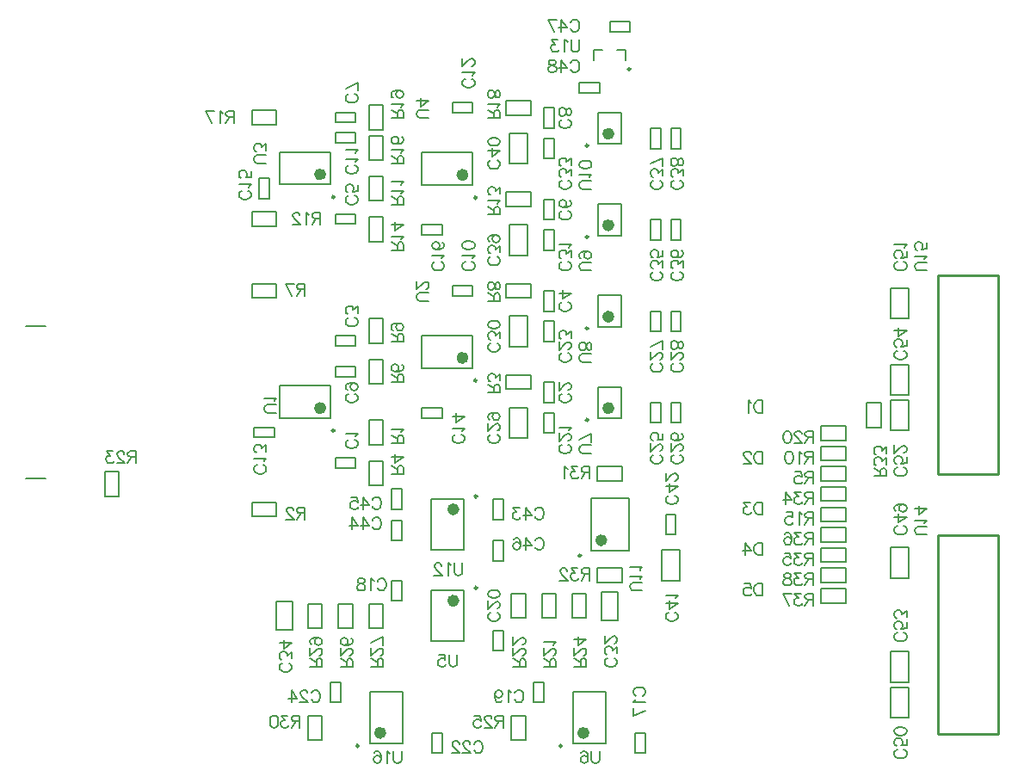
<source format=gbo>
G04*
G04 #@! TF.GenerationSoftware,Altium Limited,Altium Designer,19.1.5 (86)*
G04*
G04 Layer_Color=32896*
%FSLAX25Y25*%
%MOIN*%
G70*
G01*
G75*
%ADD11C,0.00787*%
%ADD13C,0.01000*%
%ADD54C,0.00984*%
%ADD56C,0.02362*%
D11*
X48425Y160630D02*
Y170079D01*
Y160630D02*
X53937D01*
Y170079D01*
X48425D02*
X53937D01*
X135827Y80709D02*
X139764D01*
X135827D02*
Y88583D01*
X139764D01*
Y80709D02*
Y88583D01*
X151181Y84646D02*
X163779D01*
X151181Y64961D02*
X163779D01*
Y84646D01*
X151181Y64961D02*
Y84646D01*
X175197Y68898D02*
X179134D01*
Y61024D02*
Y68898D01*
X175197Y61024D02*
X179134D01*
X175197D02*
Y68898D01*
X325984Y172047D02*
X335433D01*
X325984Y166535D02*
Y172047D01*
Y166535D02*
X335433D01*
Y172047D01*
X325984Y187795D02*
X335433D01*
X325984Y182283D02*
Y187795D01*
Y182283D02*
X335433D01*
Y187795D01*
X325984Y179921D02*
X335433D01*
X325984Y174409D02*
Y179921D01*
Y174409D02*
X335433D01*
Y179921D01*
X325984Y164173D02*
X335433D01*
X325984Y158661D02*
Y164173D01*
Y158661D02*
X335433D01*
Y164173D01*
X325984Y156299D02*
X335433D01*
X325984Y150787D02*
Y156299D01*
Y150787D02*
X335433D01*
Y156299D01*
X325984Y148425D02*
X335433D01*
X325984Y142913D02*
Y148425D01*
Y142913D02*
X335433D01*
Y148425D01*
X325984Y140551D02*
X335433D01*
X325984Y135039D02*
Y140551D01*
Y135039D02*
X335433D01*
Y140551D01*
X325984Y132677D02*
X335433D01*
X325984Y127165D02*
Y132677D01*
Y127165D02*
X335433D01*
Y132677D01*
X325984Y124803D02*
X335433D01*
X325984Y119291D02*
Y124803D01*
Y119291D02*
X335433D01*
Y124803D01*
X240945Y123622D02*
X247244D01*
Y112598D02*
Y123622D01*
X240945Y112598D02*
X247244D01*
X240945D02*
Y123622D01*
X114961Y119685D02*
X121260D01*
Y108661D02*
Y119685D01*
X114961Y108661D02*
X121260D01*
X114961D02*
Y119685D01*
X137795Y265984D02*
Y269921D01*
X145669D01*
Y265984D02*
Y269921D01*
X137795Y265984D02*
X145669D01*
X150787Y259291D02*
X156299D01*
X150787D02*
Y268740D01*
X156299D01*
Y259291D02*
Y268740D01*
X137795Y218740D02*
Y222677D01*
X145669D01*
Y218740D02*
Y222677D01*
X137795Y218740D02*
X145669D01*
X150787Y219921D02*
Y229370D01*
Y219921D02*
X156299D01*
Y229370D01*
X150787D02*
X156299D01*
X17717Y226378D02*
X25591D01*
X17717Y167323D02*
X25591D01*
X239567Y309252D02*
X248622D01*
X239567Y297047D02*
X248622D01*
Y309252D01*
X239567Y297047D02*
Y309252D01*
Y273819D02*
X248622D01*
X239567Y261614D02*
X248622D01*
Y273819D01*
X239567Y261614D02*
Y273819D01*
X239567Y238386D02*
X248622D01*
X239567Y226181D02*
X248622D01*
Y238386D01*
X239567Y226181D02*
Y238386D01*
Y202953D02*
X248622D01*
X239567Y190748D02*
X248622D01*
Y202953D01*
X239567Y190748D02*
Y202953D01*
X236811Y139567D02*
Y159646D01*
X251378Y139567D02*
Y159646D01*
X236811Y139567D02*
X251378D01*
X236811Y159646D02*
X251378D01*
X171260Y210236D02*
Y222835D01*
X190945Y210236D02*
Y222835D01*
X171260D02*
X190945D01*
X171260Y210236D02*
X190945D01*
X116142Y190787D02*
Y203386D01*
X135827Y190787D02*
Y203386D01*
X116142D02*
X135827D01*
X116142Y190787D02*
X135827D01*
X174803Y139764D02*
X187401D01*
X174803Y159449D02*
X187401D01*
X174803Y139764D02*
Y159449D01*
X187401Y139764D02*
Y159449D01*
X171260Y281102D02*
Y293701D01*
X190945Y281102D02*
Y293701D01*
X171260D02*
X190945D01*
X171260Y281102D02*
X190945D01*
X116142Y281339D02*
Y293937D01*
X135827Y281339D02*
Y293937D01*
X116142D02*
X135827D01*
X116142Y281339D02*
X135827D01*
X229921Y84646D02*
X242520D01*
X229921Y64961D02*
X242520D01*
Y84646D01*
X229921Y64961D02*
Y84646D01*
X174803Y104331D02*
X187402D01*
X174803Y124016D02*
X187402D01*
X174803Y104331D02*
Y124016D01*
X187402Y104331D02*
Y124016D01*
X250197Y329528D02*
Y333465D01*
X246949D02*
X250197D01*
X237992Y329528D02*
Y333465D01*
X241240D01*
X150787Y164803D02*
X156299D01*
X150787D02*
Y174252D01*
X156299D01*
Y164803D02*
Y174252D01*
X343701Y187205D02*
X349213D01*
X343701D02*
Y196653D01*
X349213D01*
Y187205D02*
Y196653D01*
X359842Y229331D02*
Y241142D01*
X352756Y229331D02*
Y241142D01*
Y229331D02*
X359842D01*
X352756Y241142D02*
X359842D01*
X352756Y186024D02*
Y197835D01*
X359842Y186024D02*
Y197835D01*
X352756D02*
X359842D01*
X352756Y186024D02*
X359842D01*
X359842Y199803D02*
Y211614D01*
X352756Y199803D02*
Y211614D01*
Y199803D02*
X359842D01*
X352756Y211614D02*
X359842D01*
X150787Y300236D02*
X156299D01*
Y290787D02*
Y300236D01*
X150787Y290787D02*
X156299D01*
X150787D02*
Y300236D01*
X150787Y180551D02*
X156299D01*
X150787D02*
Y190000D01*
X156299D01*
Y180551D02*
Y190000D01*
X244094Y340551D02*
X251969D01*
Y344488D01*
X244094D02*
X251969D01*
X244094Y340551D02*
Y344488D01*
X359842Y88583D02*
Y100394D01*
X352756Y88583D02*
Y100394D01*
Y88583D02*
X359842D01*
X352756Y100394D02*
X359842D01*
X359842Y128937D02*
Y140748D01*
X352756Y128937D02*
Y140748D01*
Y128937D02*
X359842D01*
X352756Y140748D02*
X359842D01*
X352756Y74803D02*
Y86614D01*
X359842Y74803D02*
Y86614D01*
X352756D02*
X359842D01*
X352756Y74803D02*
X359842D01*
X150787Y204173D02*
Y213622D01*
Y204173D02*
X156299D01*
Y213622D01*
X150787D02*
X156299D01*
X271260Y127953D02*
Y139764D01*
X264173Y127953D02*
Y139764D01*
Y127953D02*
X271260D01*
X264173Y139764D02*
X271260D01*
X156299Y275039D02*
Y284488D01*
X150787D02*
X156299D01*
X150787Y275039D02*
Y284488D01*
Y275039D02*
X156299D01*
X106299Y187244D02*
X114173D01*
X106299Y183307D02*
Y187244D01*
Y183307D02*
X114173D01*
Y187244D01*
X150787Y302598D02*
Y312047D01*
Y302598D02*
X156299D01*
Y312047D01*
X150787D02*
X156299D01*
X137795Y171496D02*
X145669D01*
Y175433D01*
X137795D02*
X145669D01*
X137795Y171496D02*
Y175433D01*
Y305354D02*
X145669D01*
Y309291D01*
X137795D02*
X145669D01*
X137795Y305354D02*
Y309291D01*
X112205Y275827D02*
Y283701D01*
X108268D02*
X112205D01*
X108268Y275827D02*
Y283701D01*
Y275827D02*
X112205D01*
X105512Y158268D02*
X114961D01*
X105512Y152756D02*
Y158268D01*
Y152756D02*
X114961D01*
Y158268D01*
X105512Y242913D02*
X114961D01*
X105512Y237402D02*
Y242913D01*
Y237402D02*
X114961D01*
Y242913D01*
X105512Y270709D02*
X114961D01*
X105512Y265197D02*
Y270709D01*
Y265197D02*
X114961D01*
Y270709D01*
X105512Y310079D02*
X114961D01*
X105512Y304567D02*
Y310079D01*
Y304567D02*
X114961D01*
Y310079D01*
X137795Y206929D02*
X145669D01*
Y210866D01*
X137795D02*
X145669D01*
X137795Y206929D02*
Y210866D01*
Y297480D02*
X145669D01*
Y301417D01*
X137795D02*
X145669D01*
X137795Y297480D02*
Y301417D01*
X253937Y61024D02*
Y68898D01*
Y61024D02*
X257874D01*
Y68898D01*
X253937D02*
X257874D01*
X218504Y185039D02*
Y192913D01*
Y185039D02*
X222441D01*
Y192913D01*
X218504D02*
X222441D01*
X218504Y267717D02*
Y275591D01*
Y267717D02*
X222441D01*
Y275591D01*
X218504D02*
X222441D01*
X202756Y151575D02*
Y159449D01*
X198819D02*
X202756D01*
X198819Y151575D02*
Y159449D01*
Y151575D02*
X202756D01*
X127165Y109449D02*
Y118898D01*
Y109449D02*
X132677D01*
Y118898D01*
X127165D02*
X132677D01*
X144488Y109449D02*
Y118898D01*
X138976D02*
X144488D01*
X138976Y109449D02*
Y118898D01*
Y109449D02*
X144488D01*
X127165Y66142D02*
Y75590D01*
Y66142D02*
X132677D01*
Y75590D01*
X127165D02*
X132677D01*
X212205Y183071D02*
Y194882D01*
X205118Y183071D02*
Y194882D01*
Y183071D02*
X212205D01*
X205118Y194882D02*
X212205D01*
X212205Y218504D02*
Y230315D01*
X205118Y218504D02*
Y230315D01*
Y218504D02*
X212205D01*
X205118Y230315D02*
X212205D01*
Y253937D02*
Y265748D01*
X205118Y253937D02*
Y265748D01*
Y253937D02*
X212205D01*
X205118Y265748D02*
X212205D01*
Y289370D02*
Y301181D01*
X205118Y289370D02*
Y301181D01*
Y289370D02*
X212205D01*
X205118Y301181D02*
X212205D01*
X239370Y166535D02*
X248819D01*
Y172047D01*
X239370D02*
X248819D01*
X239370Y166535D02*
Y172047D01*
X163386Y155512D02*
Y163386D01*
X159449D02*
X163386D01*
X159449Y155512D02*
Y163386D01*
Y155512D02*
X163386D01*
X156299Y109449D02*
Y118898D01*
X150787D02*
X156299D01*
X150787Y109449D02*
Y118898D01*
Y109449D02*
X156299D01*
X163386Y120079D02*
Y127953D01*
X159449D02*
X163386D01*
X159449Y120079D02*
Y127953D01*
Y120079D02*
X163386D01*
X203937Y201969D02*
X213386D01*
Y207480D01*
X203937D02*
X213386D01*
X203937Y201969D02*
Y207480D01*
X218504Y196850D02*
Y204724D01*
Y196850D02*
X222441D01*
Y204724D01*
X218504D02*
X222441D01*
X218504Y232283D02*
Y240158D01*
Y232283D02*
X222441D01*
Y240158D01*
X218504D02*
X222441D01*
X203937Y237402D02*
X213386D01*
Y242913D01*
X203937D02*
X213386D01*
X203937Y237402D02*
Y242913D01*
X218504Y255906D02*
Y263779D01*
Y255906D02*
X222441D01*
Y263779D01*
X218504D02*
X222441D01*
X218504Y303150D02*
Y311024D01*
Y303150D02*
X222441D01*
Y311024D01*
X218504D02*
X222441D01*
X218504Y220472D02*
Y228346D01*
Y220472D02*
X222441D01*
Y228346D01*
X218504D02*
X222441D01*
X203937Y272835D02*
X213386D01*
Y278346D01*
X203937D02*
X213386D01*
X203937Y272835D02*
Y278346D01*
X218504Y291339D02*
Y299213D01*
Y291339D02*
X222441D01*
Y299213D01*
X218504D02*
X222441D01*
X183071Y242126D02*
X190945D01*
X183071Y238189D02*
Y242126D01*
Y238189D02*
X190945D01*
Y242126D01*
X163386Y143347D02*
Y151221D01*
X159449D02*
X163386D01*
X159449Y143347D02*
Y151221D01*
Y143347D02*
X163386D01*
X211417Y113386D02*
Y122835D01*
X205906D02*
X211417D01*
X205906Y113386D02*
Y122835D01*
Y113386D02*
X211417D01*
X223228D02*
Y122835D01*
X217717D02*
X223228D01*
X217717Y113386D02*
Y122835D01*
Y113386D02*
X223228D01*
X205906Y66142D02*
Y75590D01*
Y66142D02*
X211417D01*
Y75590D01*
X205906D02*
X211417D01*
X171260Y261811D02*
X179134D01*
Y265748D01*
X171260D02*
X179134D01*
X171260Y261811D02*
Y265748D01*
X229528Y113386D02*
Y122835D01*
Y113386D02*
X235039D01*
Y122835D01*
X229528D02*
X235039D01*
X267717Y188976D02*
Y196850D01*
Y188976D02*
X271654D01*
Y196850D01*
X267717D02*
X271654D01*
X267717Y224410D02*
Y232283D01*
Y224410D02*
X271654D01*
Y232283D01*
X267717D02*
X271654D01*
X267717Y259842D02*
Y267717D01*
Y259842D02*
X271654D01*
Y267717D01*
X267717D02*
X271654D01*
X267717Y295276D02*
Y303150D01*
Y295276D02*
X271654D01*
Y303150D01*
X267717D02*
X271654D01*
X259842Y188976D02*
Y196850D01*
Y188976D02*
X263779D01*
Y196850D01*
X259842D02*
X263779D01*
X259842Y224410D02*
Y232283D01*
Y224410D02*
X263779D01*
Y232283D01*
X259842D02*
X263779D01*
X259842Y259842D02*
Y267717D01*
Y259842D02*
X263779D01*
Y267717D01*
X259842D02*
X263779D01*
X259842Y295276D02*
Y303150D01*
Y295276D02*
X263779D01*
Y303150D01*
X259842D02*
X263779D01*
X232283Y320866D02*
X240158D01*
X232283Y316929D02*
Y320866D01*
Y316929D02*
X240158D01*
Y320866D01*
X239370Y127165D02*
X248819D01*
Y132677D01*
X239370D02*
X248819D01*
X239370Y127165D02*
Y132677D01*
X269685Y145669D02*
Y153543D01*
X265748D02*
X269685D01*
X265748Y145669D02*
Y153543D01*
Y145669D02*
X269685D01*
X203937Y308268D02*
X213386D01*
Y313779D01*
X203937D02*
X213386D01*
X203937Y308268D02*
Y313779D01*
X183071Y312992D02*
X190945D01*
X183071Y309055D02*
Y312992D01*
Y309055D02*
X190945D01*
Y312992D01*
X198819Y135472D02*
Y143347D01*
Y135472D02*
X202756D01*
Y143347D01*
X198819D02*
X202756D01*
X198819Y100748D02*
Y108622D01*
Y100748D02*
X202756D01*
Y108622D01*
X198819D02*
X202756D01*
X218504Y80709D02*
Y88583D01*
X214567D02*
X218504D01*
X214567Y80709D02*
Y88583D01*
Y80709D02*
X218504D01*
X171260Y190945D02*
X179134D01*
Y194882D01*
X171260D02*
X179134D01*
X171260Y190945D02*
Y194882D01*
X60424Y178031D02*
Y173307D01*
Y178031D02*
X58399D01*
X57724Y177806D01*
X57500Y177581D01*
X57275Y177131D01*
Y176681D01*
X57500Y176231D01*
X57724Y176006D01*
X58399Y175781D01*
X60424D01*
X58849D02*
X57275Y173307D01*
X55993Y176906D02*
Y177131D01*
X55768Y177581D01*
X55543Y177806D01*
X55093Y178031D01*
X54193D01*
X53743Y177806D01*
X53518Y177581D01*
X53294Y177131D01*
Y176681D01*
X53518Y176231D01*
X53968Y175556D01*
X56218Y173307D01*
X53069D01*
X51562Y178031D02*
X49088D01*
X50437Y176231D01*
X49762D01*
X49312Y176006D01*
X49088Y175781D01*
X48863Y175107D01*
Y174657D01*
X49088Y173982D01*
X49537Y173532D01*
X50212Y173307D01*
X50887D01*
X51562Y173532D01*
X51787Y173757D01*
X52012Y174207D01*
X128516Y84307D02*
X128741Y84757D01*
X129191Y85207D01*
X129640Y85432D01*
X130540D01*
X130990Y85207D01*
X131440Y84757D01*
X131665Y84307D01*
X131890Y83633D01*
Y82508D01*
X131665Y81833D01*
X131440Y81383D01*
X130990Y80934D01*
X130540Y80709D01*
X129640D01*
X129191Y80934D01*
X128741Y81383D01*
X128516Y81833D01*
X126964Y84307D02*
Y84532D01*
X126739Y84982D01*
X126514Y85207D01*
X126064Y85432D01*
X125164D01*
X124715Y85207D01*
X124490Y84982D01*
X124265Y84532D01*
Y84083D01*
X124490Y83633D01*
X124940Y82958D01*
X127189Y80709D01*
X124040D01*
X120733Y85432D02*
X122983Y82283D01*
X119609D01*
X120733Y85432D02*
Y80709D01*
X191508Y64622D02*
X191733Y65072D01*
X192183Y65522D01*
X192633Y65747D01*
X193532D01*
X193982Y65522D01*
X194432Y65072D01*
X194657Y64622D01*
X194882Y63948D01*
Y62823D01*
X194657Y62148D01*
X194432Y61698D01*
X193982Y61248D01*
X193532Y61024D01*
X192633D01*
X192183Y61248D01*
X191733Y61698D01*
X191508Y62148D01*
X189956Y64622D02*
Y64847D01*
X189731Y65297D01*
X189506Y65522D01*
X189056Y65747D01*
X188157D01*
X187707Y65522D01*
X187482Y65297D01*
X187257Y64847D01*
Y64398D01*
X187482Y63948D01*
X187932Y63273D01*
X190181Y61024D01*
X187032D01*
X185750Y64622D02*
Y64847D01*
X185525Y65297D01*
X185300Y65522D01*
X184850Y65747D01*
X183951D01*
X183501Y65522D01*
X183276Y65297D01*
X183051Y64847D01*
Y64398D01*
X183276Y63948D01*
X183726Y63273D01*
X185975Y61024D01*
X182826D01*
X163386Y61810D02*
Y58436D01*
X163161Y57761D01*
X162711Y57311D01*
X162036Y57087D01*
X161586D01*
X160912Y57311D01*
X160462Y57761D01*
X160237Y58436D01*
Y61810D01*
X158932Y60910D02*
X158483Y61135D01*
X157808Y61810D01*
Y57087D01*
X152769Y61135D02*
X152994Y61585D01*
X153669Y61810D01*
X154119D01*
X154794Y61585D01*
X155244Y60910D01*
X155468Y59786D01*
Y58661D01*
X155244Y57761D01*
X154794Y57311D01*
X154119Y57087D01*
X153894D01*
X153219Y57311D01*
X152769Y57761D01*
X152544Y58436D01*
Y58661D01*
X152769Y59336D01*
X153219Y59786D01*
X153894Y60011D01*
X154119D01*
X154794Y59786D01*
X155244Y59336D01*
X155468Y58661D01*
X322835Y130708D02*
Y125984D01*
Y130708D02*
X320810D01*
X320136Y130483D01*
X319911Y130258D01*
X319686Y129808D01*
Y129358D01*
X319911Y128908D01*
X320136Y128683D01*
X320810Y128458D01*
X322835D01*
X321260D02*
X319686Y125984D01*
X318179Y130708D02*
X315705D01*
X317054Y128908D01*
X316379D01*
X315930Y128683D01*
X315705Y128458D01*
X315480Y127784D01*
Y127334D01*
X315705Y126659D01*
X316154Y126209D01*
X316829Y125984D01*
X317504D01*
X318179Y126209D01*
X318404Y126434D01*
X318629Y126884D01*
X313298Y130708D02*
X313973Y130483D01*
X314198Y130033D01*
Y129583D01*
X313973Y129133D01*
X313523Y128908D01*
X312623Y128683D01*
X311948Y128458D01*
X311498Y128009D01*
X311274Y127559D01*
Y126884D01*
X311498Y126434D01*
X311723Y126209D01*
X312398Y125984D01*
X313298D01*
X313973Y126209D01*
X314198Y126434D01*
X314422Y126884D01*
Y127559D01*
X314198Y128009D01*
X313748Y128458D01*
X313073Y128683D01*
X312173Y128908D01*
X311723Y129133D01*
X311498Y129583D01*
Y130033D01*
X311723Y130483D01*
X312398Y130708D01*
X313298D01*
X322835Y122834D02*
Y118110D01*
Y122834D02*
X320810D01*
X320136Y122609D01*
X319911Y122384D01*
X319686Y121934D01*
Y121484D01*
X319911Y121034D01*
X320136Y120809D01*
X320810Y120584D01*
X322835D01*
X321260D02*
X319686Y118110D01*
X318179Y122834D02*
X315705D01*
X317054Y121034D01*
X316379D01*
X315930Y120809D01*
X315705Y120584D01*
X315480Y119910D01*
Y119460D01*
X315705Y118785D01*
X316154Y118335D01*
X316829Y118110D01*
X317504D01*
X318179Y118335D01*
X318404Y118560D01*
X318629Y119010D01*
X311274Y122834D02*
X313523Y118110D01*
X314422Y122834D02*
X311274D01*
X322835Y146456D02*
Y141732D01*
Y146456D02*
X320810D01*
X320136Y146231D01*
X319911Y146006D01*
X319686Y145556D01*
Y145106D01*
X319911Y144656D01*
X320136Y144431D01*
X320810Y144206D01*
X322835D01*
X321260D02*
X319686Y141732D01*
X318179Y146456D02*
X315705D01*
X317054Y144656D01*
X316379D01*
X315930Y144431D01*
X315705Y144206D01*
X315480Y143532D01*
Y143082D01*
X315705Y142407D01*
X316154Y141957D01*
X316829Y141732D01*
X317504D01*
X318179Y141957D01*
X318404Y142182D01*
X318629Y142632D01*
X311723Y145781D02*
X311948Y146231D01*
X312623Y146456D01*
X313073D01*
X313748Y146231D01*
X314198Y145556D01*
X314422Y144431D01*
Y143307D01*
X314198Y142407D01*
X313748Y141957D01*
X313073Y141732D01*
X312848D01*
X312173Y141957D01*
X311723Y142407D01*
X311498Y143082D01*
Y143307D01*
X311723Y143982D01*
X312173Y144431D01*
X312848Y144656D01*
X313073D01*
X313748Y144431D01*
X314198Y143982D01*
X314422Y143307D01*
X322835Y138582D02*
Y133858D01*
Y138582D02*
X320810D01*
X320136Y138357D01*
X319911Y138132D01*
X319686Y137682D01*
Y137232D01*
X319911Y136782D01*
X320136Y136557D01*
X320810Y136332D01*
X322835D01*
X321260D02*
X319686Y133858D01*
X318179Y138582D02*
X315705D01*
X317054Y136782D01*
X316379D01*
X315930Y136557D01*
X315705Y136332D01*
X315480Y135658D01*
Y135208D01*
X315705Y134533D01*
X316154Y134083D01*
X316829Y133858D01*
X317504D01*
X318179Y134083D01*
X318404Y134308D01*
X318629Y134758D01*
X311723Y138582D02*
X313973D01*
X314198Y136557D01*
X313973Y136782D01*
X313298Y137007D01*
X312623D01*
X311948Y136782D01*
X311498Y136332D01*
X311274Y135658D01*
Y135208D01*
X311498Y134533D01*
X311948Y134083D01*
X312623Y133858D01*
X313298D01*
X313973Y134083D01*
X314198Y134308D01*
X314422Y134758D01*
X322835Y162204D02*
Y157480D01*
Y162204D02*
X320810D01*
X320136Y161979D01*
X319911Y161754D01*
X319686Y161304D01*
Y160854D01*
X319911Y160404D01*
X320136Y160179D01*
X320810Y159955D01*
X322835D01*
X321260D02*
X319686Y157480D01*
X318179Y162204D02*
X315705D01*
X317054Y160404D01*
X316379D01*
X315930Y160179D01*
X315705Y159955D01*
X315480Y159280D01*
Y158830D01*
X315705Y158155D01*
X316154Y157705D01*
X316829Y157480D01*
X317504D01*
X318179Y157705D01*
X318404Y157930D01*
X318629Y158380D01*
X312173Y162204D02*
X314422Y159055D01*
X311049D01*
X312173Y162204D02*
Y157480D01*
X322835Y185826D02*
Y181102D01*
Y185826D02*
X320810D01*
X320136Y185601D01*
X319911Y185376D01*
X319686Y184926D01*
Y184476D01*
X319911Y184026D01*
X320136Y183801D01*
X320810Y183577D01*
X322835D01*
X321260D02*
X319686Y181102D01*
X318404Y184701D02*
Y184926D01*
X318179Y185376D01*
X317954Y185601D01*
X317504Y185826D01*
X316604D01*
X316154Y185601D01*
X315930Y185376D01*
X315705Y184926D01*
Y184476D01*
X315930Y184026D01*
X316379Y183352D01*
X318629Y181102D01*
X315480D01*
X313073Y185826D02*
X313748Y185601D01*
X314198Y184926D01*
X314422Y183801D01*
Y183127D01*
X314198Y182002D01*
X313748Y181327D01*
X313073Y181102D01*
X312623D01*
X311948Y181327D01*
X311498Y182002D01*
X311274Y183127D01*
Y183801D01*
X311498Y184926D01*
X311948Y185601D01*
X312623Y185826D01*
X313073D01*
X322835Y154330D02*
Y149606D01*
Y154330D02*
X320810D01*
X320136Y154105D01*
X319911Y153880D01*
X319686Y153430D01*
Y152980D01*
X319911Y152530D01*
X320136Y152305D01*
X320810Y152081D01*
X322835D01*
X321260D02*
X319686Y149606D01*
X318629Y153430D02*
X318179Y153655D01*
X317504Y154330D01*
Y149606D01*
X312466Y154330D02*
X314715D01*
X314940Y152305D01*
X314715Y152530D01*
X314040Y152755D01*
X313365D01*
X312691Y152530D01*
X312241Y152081D01*
X312016Y151406D01*
Y150956D01*
X312241Y150281D01*
X312691Y149831D01*
X313365Y149606D01*
X314040D01*
X314715Y149831D01*
X314940Y150056D01*
X315165Y150506D01*
X322835Y177952D02*
Y173228D01*
Y177952D02*
X320810D01*
X320136Y177727D01*
X319911Y177502D01*
X319686Y177052D01*
Y176602D01*
X319911Y176152D01*
X320136Y175927D01*
X320810Y175703D01*
X322835D01*
X321260D02*
X319686Y173228D01*
X318629Y177052D02*
X318179Y177277D01*
X317504Y177952D01*
Y173228D01*
X313815Y177952D02*
X314490Y177727D01*
X314940Y177052D01*
X315165Y175927D01*
Y175253D01*
X314940Y174128D01*
X314490Y173453D01*
X313815Y173228D01*
X313365D01*
X312691Y173453D01*
X312241Y174128D01*
X312016Y175253D01*
Y175927D01*
X312241Y177052D01*
X312691Y177727D01*
X313365Y177952D01*
X313815D01*
X322835Y170078D02*
Y165354D01*
Y170078D02*
X320810D01*
X320136Y169853D01*
X319911Y169628D01*
X319686Y169178D01*
Y168728D01*
X319911Y168278D01*
X320136Y168053D01*
X320810Y167829D01*
X322835D01*
X321260D02*
X319686Y165354D01*
X315930Y170078D02*
X318179D01*
X318404Y168053D01*
X318179Y168278D01*
X317504Y168503D01*
X316829D01*
X316154Y168278D01*
X315705Y167829D01*
X315480Y167154D01*
Y166704D01*
X315705Y166029D01*
X316154Y165579D01*
X316829Y165354D01*
X317504D01*
X318179Y165579D01*
X318404Y165804D01*
X318629Y166254D01*
X303150Y126771D02*
Y122047D01*
Y126771D02*
X301575D01*
X300900Y126546D01*
X300450Y126096D01*
X300226Y125646D01*
X300001Y124971D01*
Y123847D01*
X300226Y123172D01*
X300450Y122722D01*
X300900Y122272D01*
X301575Y122047D01*
X303150D01*
X296245Y126771D02*
X298494D01*
X298719Y124746D01*
X298494Y124971D01*
X297819Y125196D01*
X297144D01*
X296469Y124971D01*
X296020Y124521D01*
X295795Y123847D01*
Y123397D01*
X296020Y122722D01*
X296469Y122272D01*
X297144Y122047D01*
X297819D01*
X298494Y122272D01*
X298719Y122497D01*
X298943Y122947D01*
X303150Y142519D02*
Y137795D01*
Y142519D02*
X301575D01*
X300900Y142294D01*
X300450Y141844D01*
X300226Y141394D01*
X300001Y140719D01*
Y139595D01*
X300226Y138920D01*
X300450Y138470D01*
X300900Y138020D01*
X301575Y137795D01*
X303150D01*
X296694Y142519D02*
X298943Y139370D01*
X295570D01*
X296694Y142519D02*
Y137795D01*
X303150Y158267D02*
Y153543D01*
Y158267D02*
X301575D01*
X300900Y158042D01*
X300450Y157592D01*
X300226Y157142D01*
X300001Y156467D01*
Y155343D01*
X300226Y154668D01*
X300450Y154218D01*
X300900Y153768D01*
X301575Y153543D01*
X303150D01*
X298494Y158267D02*
X296020D01*
X297369Y156467D01*
X296694D01*
X296245Y156242D01*
X296020Y156017D01*
X295795Y155343D01*
Y154893D01*
X296020Y154218D01*
X296469Y153768D01*
X297144Y153543D01*
X297819D01*
X298494Y153768D01*
X298719Y153993D01*
X298943Y154443D01*
X303150Y197637D02*
Y192913D01*
Y197637D02*
X301575D01*
X300900Y197412D01*
X300450Y196962D01*
X300226Y196512D01*
X300001Y195837D01*
Y194713D01*
X300226Y194038D01*
X300450Y193588D01*
X300900Y193138D01*
X301575Y192913D01*
X303150D01*
X298943Y196737D02*
X298494Y196962D01*
X297819Y197637D01*
Y192913D01*
X303150Y177952D02*
Y173228D01*
Y177952D02*
X301575D01*
X300900Y177727D01*
X300450Y177277D01*
X300226Y176827D01*
X300001Y176152D01*
Y175028D01*
X300226Y174353D01*
X300450Y173903D01*
X300900Y173453D01*
X301575Y173228D01*
X303150D01*
X298719Y176827D02*
Y177052D01*
X298494Y177502D01*
X298269Y177727D01*
X297819Y177952D01*
X296919D01*
X296469Y177727D01*
X296245Y177502D01*
X296020Y177052D01*
Y176602D01*
X296245Y176152D01*
X296694Y175478D01*
X298943Y173228D01*
X295795D01*
X119740Y95894D02*
X120190Y95669D01*
X120640Y95219D01*
X120865Y94769D01*
Y93869D01*
X120640Y93419D01*
X120190Y92970D01*
X119740Y92745D01*
X119066Y92520D01*
X117941D01*
X117266Y92745D01*
X116816Y92970D01*
X116367Y93419D01*
X116142Y93869D01*
Y94769D01*
X116367Y95219D01*
X116816Y95669D01*
X117266Y95894D01*
X120865Y97671D02*
Y100145D01*
X119066Y98795D01*
Y99470D01*
X118841Y99920D01*
X118616Y100145D01*
X117941Y100370D01*
X117491D01*
X116816Y100145D01*
X116367Y99695D01*
X116142Y99020D01*
Y98345D01*
X116367Y97671D01*
X116592Y97445D01*
X117041Y97221D01*
X120865Y103676D02*
X117716Y101427D01*
Y104800D01*
X120865Y103676D02*
X116142D01*
X245725Y97862D02*
X246175Y97637D01*
X246624Y97187D01*
X246849Y96737D01*
Y95838D01*
X246624Y95388D01*
X246175Y94938D01*
X245725Y94713D01*
X245050Y94488D01*
X243925D01*
X243251Y94713D01*
X242801Y94938D01*
X242351Y95388D01*
X242126Y95838D01*
Y96737D01*
X242351Y97187D01*
X242801Y97637D01*
X243251Y97862D01*
X246849Y99639D02*
Y102113D01*
X245050Y100764D01*
Y101438D01*
X244825Y101888D01*
X244600Y102113D01*
X243925Y102338D01*
X243476D01*
X242801Y102113D01*
X242351Y101663D01*
X242126Y100988D01*
Y100314D01*
X242351Y99639D01*
X242576Y99414D01*
X243026Y99189D01*
X245725Y103620D02*
X245950D01*
X246399Y103845D01*
X246624Y104070D01*
X246849Y104520D01*
Y105420D01*
X246624Y105869D01*
X246399Y106094D01*
X245950Y106319D01*
X245500D01*
X245050Y106094D01*
X244375Y105644D01*
X242126Y103395D01*
Y106544D01*
X366928Y145669D02*
X363554D01*
X362879Y145894D01*
X362430Y146344D01*
X362205Y147019D01*
Y147469D01*
X362430Y148143D01*
X362879Y148593D01*
X363554Y148818D01*
X366928D01*
X366028Y150123D02*
X366253Y150573D01*
X366928Y151247D01*
X362205D01*
X366928Y155836D02*
X363779Y153587D01*
Y156960D01*
X366928Y155836D02*
X362205D01*
X366928Y248031D02*
X363554D01*
X362879Y248256D01*
X362430Y248706D01*
X362205Y249381D01*
Y249831D01*
X362430Y250506D01*
X362879Y250956D01*
X363554Y251180D01*
X366928D01*
X366028Y252485D02*
X366253Y252935D01*
X366928Y253610D01*
X362205D01*
X366928Y258648D02*
Y256399D01*
X364904Y256174D01*
X365129Y256399D01*
X365354Y257073D01*
Y257748D01*
X365129Y258423D01*
X364679Y258873D01*
X364004Y259098D01*
X363554D01*
X362879Y258873D01*
X362430Y258423D01*
X362205Y257748D01*
Y257073D01*
X362430Y256399D01*
X362655Y256174D01*
X363104Y255949D01*
X357929Y216956D02*
X358379Y216732D01*
X358829Y216282D01*
X359054Y215832D01*
Y214932D01*
X358829Y214482D01*
X358379Y214033D01*
X357929Y213808D01*
X357255Y213583D01*
X356130D01*
X355455Y213808D01*
X355006Y214033D01*
X354556Y214482D01*
X354331Y214932D01*
Y215832D01*
X354556Y216282D01*
X355006Y216732D01*
X355455Y216956D01*
X359054Y220983D02*
Y218733D01*
X357030Y218509D01*
X357255Y218733D01*
X357480Y219408D01*
Y220083D01*
X357255Y220758D01*
X356805Y221208D01*
X356130Y221432D01*
X355680D01*
X355006Y221208D01*
X354556Y220758D01*
X354331Y220083D01*
Y219408D01*
X354556Y218733D01*
X354781Y218509D01*
X355230Y218284D01*
X359054Y224739D02*
X355905Y222490D01*
Y225864D01*
X359054Y224739D02*
X354331D01*
X357929Y171681D02*
X358379Y171456D01*
X358829Y171006D01*
X359054Y170556D01*
Y169657D01*
X358829Y169207D01*
X358379Y168757D01*
X357929Y168532D01*
X357255Y168307D01*
X356130D01*
X355455Y168532D01*
X355006Y168757D01*
X354556Y169207D01*
X354331Y169657D01*
Y170556D01*
X354556Y171006D01*
X355006Y171456D01*
X355455Y171681D01*
X359054Y175707D02*
Y173458D01*
X357030Y173233D01*
X357255Y173458D01*
X357480Y174133D01*
Y174807D01*
X357255Y175482D01*
X356805Y175932D01*
X356130Y176157D01*
X355680D01*
X355006Y175932D01*
X354556Y175482D01*
X354331Y174807D01*
Y174133D01*
X354556Y173458D01*
X354781Y173233D01*
X355230Y173008D01*
X357929Y177439D02*
X358154D01*
X358604Y177664D01*
X358829Y177889D01*
X359054Y178339D01*
Y179238D01*
X358829Y179688D01*
X358604Y179913D01*
X358154Y180138D01*
X357705D01*
X357255Y179913D01*
X356580Y179463D01*
X354331Y177214D01*
Y180363D01*
X357929Y251405D02*
X358379Y251180D01*
X358829Y250731D01*
X359054Y250281D01*
Y249381D01*
X358829Y248931D01*
X358379Y248481D01*
X357929Y248256D01*
X357255Y248031D01*
X356130D01*
X355455Y248256D01*
X355006Y248481D01*
X354556Y248931D01*
X354331Y249381D01*
Y250281D01*
X354556Y250731D01*
X355006Y251180D01*
X355455Y251405D01*
X359054Y255432D02*
Y253182D01*
X357030Y252957D01*
X357255Y253182D01*
X357480Y253857D01*
Y254532D01*
X357255Y255207D01*
X356805Y255656D01*
X356130Y255881D01*
X355680D01*
X355006Y255656D01*
X354556Y255207D01*
X354331Y254532D01*
Y253857D01*
X354556Y253182D01*
X354781Y252957D01*
X355230Y252732D01*
X358154Y256939D02*
X358379Y257388D01*
X359054Y258063D01*
X354331D01*
X145331Y182508D02*
X145781Y182283D01*
X146231Y181833D01*
X146456Y181383D01*
Y180483D01*
X146231Y180034D01*
X145781Y179584D01*
X145331Y179359D01*
X144656Y179134D01*
X143532D01*
X142857Y179359D01*
X142407Y179584D01*
X141957Y180034D01*
X141732Y180483D01*
Y181383D01*
X141957Y181833D01*
X142407Y182283D01*
X142857Y182508D01*
X145556Y183835D02*
X145781Y184285D01*
X146456Y184959D01*
X141732D01*
X228008Y200224D02*
X228458Y199999D01*
X228908Y199549D01*
X229133Y199100D01*
Y198200D01*
X228908Y197750D01*
X228458Y197300D01*
X228008Y197075D01*
X227333Y196850D01*
X226209D01*
X225534Y197075D01*
X225084Y197300D01*
X224634Y197750D01*
X224410Y198200D01*
Y199100D01*
X224634Y199549D01*
X225084Y199999D01*
X225534Y200224D01*
X228008Y201776D02*
X228233D01*
X228683Y202001D01*
X228908Y202226D01*
X229133Y202676D01*
Y203576D01*
X228908Y204026D01*
X228683Y204250D01*
X228233Y204475D01*
X227783D01*
X227333Y204250D01*
X226659Y203801D01*
X224410Y201551D01*
Y204700D01*
X145331Y229752D02*
X145781Y229527D01*
X146231Y229077D01*
X146456Y228627D01*
Y227728D01*
X146231Y227278D01*
X145781Y226828D01*
X145331Y226603D01*
X144656Y226378D01*
X143532D01*
X142857Y226603D01*
X142407Y226828D01*
X141957Y227278D01*
X141732Y227728D01*
Y228627D01*
X141957Y229077D01*
X142407Y229527D01*
X142857Y229752D01*
X146456Y231529D02*
Y234003D01*
X144656Y232653D01*
Y233328D01*
X144431Y233778D01*
X144206Y234003D01*
X143532Y234228D01*
X143082D01*
X142407Y234003D01*
X141957Y233553D01*
X141732Y232878D01*
Y232204D01*
X141957Y231529D01*
X142182Y231304D01*
X142632Y231079D01*
X228008Y235657D02*
X228458Y235432D01*
X228908Y234982D01*
X229133Y234533D01*
Y233633D01*
X228908Y233183D01*
X228458Y232733D01*
X228008Y232508D01*
X227333Y232283D01*
X226209D01*
X225534Y232508D01*
X225084Y232733D01*
X224634Y233183D01*
X224410Y233633D01*
Y234533D01*
X224634Y234982D01*
X225084Y235432D01*
X225534Y235657D01*
X229133Y239234D02*
X225984Y236984D01*
Y240358D01*
X229133Y239234D02*
X224410D01*
X145331Y276996D02*
X145781Y276771D01*
X146231Y276321D01*
X146456Y275871D01*
Y274972D01*
X146231Y274522D01*
X145781Y274072D01*
X145331Y273847D01*
X144656Y273622D01*
X143532D01*
X142857Y273847D01*
X142407Y274072D01*
X141957Y274522D01*
X141732Y274972D01*
Y275871D01*
X141957Y276321D01*
X142407Y276771D01*
X142857Y276996D01*
X146456Y281022D02*
Y278773D01*
X144431Y278548D01*
X144656Y278773D01*
X144881Y279448D01*
Y280122D01*
X144656Y280797D01*
X144206Y281247D01*
X143532Y281472D01*
X143082D01*
X142407Y281247D01*
X141957Y280797D01*
X141732Y280122D01*
Y279448D01*
X141957Y278773D01*
X142182Y278548D01*
X142632Y278323D01*
X228008Y271090D02*
X228458Y270866D01*
X228908Y270416D01*
X229133Y269966D01*
Y269066D01*
X228908Y268616D01*
X228458Y268166D01*
X228008Y267941D01*
X227333Y267717D01*
X226209D01*
X225534Y267941D01*
X225084Y268166D01*
X224634Y268616D01*
X224410Y269066D01*
Y269966D01*
X224634Y270416D01*
X225084Y270866D01*
X225534Y271090D01*
X228458Y275116D02*
X228908Y274892D01*
X229133Y274217D01*
Y273767D01*
X228908Y273092D01*
X228233Y272642D01*
X227109Y272417D01*
X225984D01*
X225084Y272642D01*
X224634Y273092D01*
X224410Y273767D01*
Y273992D01*
X224634Y274667D01*
X225084Y275116D01*
X225759Y275342D01*
X225984D01*
X226659Y275116D01*
X227109Y274667D01*
X227333Y273992D01*
Y273767D01*
X227109Y273092D01*
X226659Y272642D01*
X225984Y272417D01*
X145331Y316366D02*
X145781Y316141D01*
X146231Y315691D01*
X146456Y315241D01*
Y314342D01*
X146231Y313892D01*
X145781Y313442D01*
X145331Y313217D01*
X144656Y312992D01*
X143532D01*
X142857Y313217D01*
X142407Y313442D01*
X141957Y313892D01*
X141732Y314342D01*
Y315241D01*
X141957Y315691D01*
X142407Y316141D01*
X142857Y316366D01*
X146456Y320842D02*
X141732Y318593D01*
X146456Y317693D02*
Y320842D01*
X228008Y306523D02*
X228458Y306298D01*
X228908Y305849D01*
X229133Y305399D01*
Y304499D01*
X228908Y304049D01*
X228458Y303600D01*
X228008Y303375D01*
X227333Y303150D01*
X226209D01*
X225534Y303375D01*
X225084Y303600D01*
X224634Y304049D01*
X224410Y304499D01*
Y305399D01*
X224634Y305849D01*
X225084Y306298D01*
X225534Y306523D01*
X229133Y308975D02*
X228908Y308300D01*
X228458Y308075D01*
X228008D01*
X227558Y308300D01*
X227333Y308750D01*
X227109Y309650D01*
X226884Y310325D01*
X226434Y310774D01*
X225984Y310999D01*
X225309D01*
X224859Y310774D01*
X224634Y310550D01*
X224410Y309875D01*
Y308975D01*
X224634Y308300D01*
X224859Y308075D01*
X225309Y307851D01*
X225984D01*
X226434Y308075D01*
X226884Y308525D01*
X227109Y309200D01*
X227333Y310100D01*
X227558Y310550D01*
X228008Y310774D01*
X228458D01*
X228908Y310550D01*
X229133Y309875D01*
Y308975D01*
X145331Y200224D02*
X145781Y199999D01*
X146231Y199549D01*
X146456Y199100D01*
Y198200D01*
X146231Y197750D01*
X145781Y197300D01*
X145331Y197075D01*
X144656Y196850D01*
X143532D01*
X142857Y197075D01*
X142407Y197300D01*
X141957Y197750D01*
X141732Y198200D01*
Y199100D01*
X141957Y199549D01*
X142407Y199999D01*
X142857Y200224D01*
X144881Y204475D02*
X144206Y204250D01*
X143757Y203801D01*
X143532Y203126D01*
Y202901D01*
X143757Y202226D01*
X144206Y201776D01*
X144881Y201551D01*
X145106D01*
X145781Y201776D01*
X146231Y202226D01*
X146456Y202901D01*
Y203126D01*
X146231Y203801D01*
X145781Y204250D01*
X144881Y204475D01*
X143757D01*
X142632Y204250D01*
X141957Y203801D01*
X141732Y203126D01*
Y202676D01*
X141957Y202001D01*
X142407Y201776D01*
X190607Y251405D02*
X191057Y251180D01*
X191506Y250731D01*
X191731Y250281D01*
Y249381D01*
X191506Y248931D01*
X191057Y248481D01*
X190607Y248256D01*
X189932Y248031D01*
X188807D01*
X188133Y248256D01*
X187683Y248481D01*
X187233Y248931D01*
X187008Y249381D01*
Y250281D01*
X187233Y250731D01*
X187683Y251180D01*
X188133Y251405D01*
X190832Y252732D02*
X191057Y253182D01*
X191731Y253857D01*
X187008D01*
X191731Y257546D02*
X191506Y256871D01*
X190832Y256421D01*
X189707Y256196D01*
X189032D01*
X187908Y256421D01*
X187233Y256871D01*
X187008Y257546D01*
Y257996D01*
X187233Y258670D01*
X187908Y259120D01*
X189032Y259345D01*
X189707D01*
X190832Y259120D01*
X191506Y258670D01*
X191731Y257996D01*
Y257546D01*
X145331Y288807D02*
X145781Y288582D01*
X146231Y288132D01*
X146456Y287682D01*
Y286783D01*
X146231Y286333D01*
X145781Y285883D01*
X145331Y285658D01*
X144656Y285433D01*
X143532D01*
X142857Y285658D01*
X142407Y285883D01*
X141957Y286333D01*
X141732Y286783D01*
Y287682D01*
X141957Y288132D01*
X142407Y288582D01*
X142857Y288807D01*
X145556Y290134D02*
X145781Y290584D01*
X146456Y291259D01*
X141732D01*
X145556Y293598D02*
X145781Y294048D01*
X146456Y294722D01*
X141732D01*
X190607Y322271D02*
X191057Y322047D01*
X191506Y321597D01*
X191731Y321147D01*
Y320247D01*
X191506Y319797D01*
X191057Y319348D01*
X190607Y319123D01*
X189932Y318898D01*
X188807D01*
X188133Y319123D01*
X187683Y319348D01*
X187233Y319797D01*
X187008Y320247D01*
Y321147D01*
X187233Y321597D01*
X187683Y322047D01*
X188133Y322271D01*
X190832Y323599D02*
X191057Y324048D01*
X191731Y324723D01*
X187008D01*
X190607Y327287D02*
X190832D01*
X191281Y327512D01*
X191506Y327737D01*
X191731Y328187D01*
Y329087D01*
X191506Y329537D01*
X191281Y329762D01*
X190832Y329986D01*
X190382D01*
X189932Y329762D01*
X189257Y329312D01*
X187008Y327062D01*
Y330211D01*
X109898Y172665D02*
X110348Y172440D01*
X110798Y171990D01*
X111023Y171541D01*
Y170641D01*
X110798Y170191D01*
X110348Y169741D01*
X109898Y169516D01*
X109223Y169291D01*
X108099D01*
X107424Y169516D01*
X106974Y169741D01*
X106524Y170191D01*
X106299Y170641D01*
Y171541D01*
X106524Y171990D01*
X106974Y172440D01*
X107424Y172665D01*
X110123Y173992D02*
X110348Y174442D01*
X111023Y175117D01*
X106299D01*
X111023Y177906D02*
Y180380D01*
X109223Y179031D01*
Y179705D01*
X108998Y180155D01*
X108773Y180380D01*
X108099Y180605D01*
X107649D01*
X106974Y180380D01*
X106524Y179930D01*
X106299Y179255D01*
Y178581D01*
X106524Y177906D01*
X106749Y177681D01*
X107199Y177456D01*
X186670Y184476D02*
X187119Y184251D01*
X187569Y183801D01*
X187794Y183352D01*
Y182452D01*
X187569Y182002D01*
X187119Y181552D01*
X186670Y181327D01*
X185995Y181102D01*
X184870D01*
X184195Y181327D01*
X183746Y181552D01*
X183296Y182002D01*
X183071Y182452D01*
Y183352D01*
X183296Y183801D01*
X183746Y184251D01*
X184195Y184476D01*
X186895Y185803D02*
X187119Y186253D01*
X187794Y186928D01*
X183071D01*
X187794Y191516D02*
X184645Y189267D01*
Y192641D01*
X187794Y191516D02*
X183071D01*
X103992Y278964D02*
X104442Y278740D01*
X104892Y278290D01*
X105117Y277840D01*
Y276940D01*
X104892Y276490D01*
X104442Y276040D01*
X103992Y275816D01*
X103318Y275590D01*
X102193D01*
X101518Y275816D01*
X101068Y276040D01*
X100619Y276490D01*
X100394Y276940D01*
Y277840D01*
X100619Y278290D01*
X101068Y278740D01*
X101518Y278964D01*
X104217Y280292D02*
X104442Y280741D01*
X105117Y281416D01*
X100394D01*
X105117Y286454D02*
Y284205D01*
X103093Y283980D01*
X103318Y284205D01*
X103543Y284880D01*
Y285555D01*
X103318Y286229D01*
X102868Y286679D01*
X102193Y286904D01*
X101743D01*
X101068Y286679D01*
X100619Y286229D01*
X100394Y285555D01*
Y284880D01*
X100619Y284205D01*
X100844Y283980D01*
X101293Y283755D01*
X178796Y251405D02*
X179245Y251180D01*
X179695Y250731D01*
X179920Y250281D01*
Y249381D01*
X179695Y248931D01*
X179245Y248481D01*
X178796Y248256D01*
X178121Y248031D01*
X176996D01*
X176321Y248256D01*
X175872Y248481D01*
X175422Y248931D01*
X175197Y249381D01*
Y250281D01*
X175422Y250731D01*
X175872Y251180D01*
X176321Y251405D01*
X179021Y252732D02*
X179245Y253182D01*
X179920Y253857D01*
X175197D01*
X179245Y258895D02*
X179695Y258670D01*
X179920Y257996D01*
Y257546D01*
X179695Y256871D01*
X179021Y256421D01*
X177896Y256196D01*
X176771D01*
X175872Y256421D01*
X175422Y256871D01*
X175197Y257546D01*
Y257771D01*
X175422Y258446D01*
X175872Y258895D01*
X176546Y259120D01*
X176771D01*
X177446Y258895D01*
X177896Y258446D01*
X178121Y257771D01*
Y257546D01*
X177896Y256871D01*
X177446Y256421D01*
X176771Y256196D01*
X254275Y83240D02*
X253825Y83465D01*
X253376Y83915D01*
X253151Y84365D01*
Y85265D01*
X253376Y85715D01*
X253825Y86164D01*
X254275Y86389D01*
X254950Y86614D01*
X256075D01*
X256749Y86389D01*
X257199Y86164D01*
X257649Y85715D01*
X257874Y85265D01*
Y84365D01*
X257649Y83915D01*
X257199Y83465D01*
X256749Y83240D01*
X254050Y81913D02*
X253825Y81463D01*
X253151Y80789D01*
X257874D01*
X253151Y75301D02*
X257874Y77550D01*
X253151Y78449D02*
Y75301D01*
X154106Y127614D02*
X154331Y128064D01*
X154781Y128514D01*
X155231Y128739D01*
X156131D01*
X156581Y128514D01*
X157030Y128064D01*
X157255Y127614D01*
X157480Y126940D01*
Y125815D01*
X157255Y125140D01*
X157030Y124690D01*
X156581Y124241D01*
X156131Y124016D01*
X155231D01*
X154781Y124241D01*
X154331Y124690D01*
X154106Y125140D01*
X152779Y127840D02*
X152330Y128064D01*
X151655Y128739D01*
Y124016D01*
X148191Y128739D02*
X148866Y128514D01*
X149091Y128064D01*
Y127614D01*
X148866Y127165D01*
X148416Y126940D01*
X147516Y126715D01*
X146841Y126490D01*
X146392Y126040D01*
X146167Y125590D01*
Y124915D01*
X146392Y124466D01*
X146616Y124241D01*
X147291Y124016D01*
X148191D01*
X148866Y124241D01*
X149091Y124466D01*
X149316Y124915D01*
Y125590D01*
X149091Y126040D01*
X148641Y126490D01*
X147966Y126715D01*
X147066Y126940D01*
X146616Y127165D01*
X146392Y127614D01*
Y128064D01*
X146616Y128514D01*
X147291Y128739D01*
X148191D01*
X207256Y84307D02*
X207481Y84757D01*
X207931Y85207D01*
X208381Y85432D01*
X209280D01*
X209730Y85207D01*
X210180Y84757D01*
X210405Y84307D01*
X210630Y83633D01*
Y82508D01*
X210405Y81833D01*
X210180Y81383D01*
X209730Y80934D01*
X209280Y80709D01*
X208381D01*
X207931Y80934D01*
X207481Y81383D01*
X207256Y81833D01*
X205929Y84532D02*
X205479Y84757D01*
X204804Y85432D01*
Y80709D01*
X199541Y83858D02*
X199766Y83183D01*
X200216Y82733D01*
X200891Y82508D01*
X201116D01*
X201790Y82733D01*
X202240Y83183D01*
X202465Y83858D01*
Y84083D01*
X202240Y84757D01*
X201790Y85207D01*
X201116Y85432D01*
X200891D01*
X200216Y85207D01*
X199766Y84757D01*
X199541Y83858D01*
Y82733D01*
X199766Y81608D01*
X200216Y80934D01*
X200891Y80709D01*
X201341D01*
X202015Y80934D01*
X202240Y81383D01*
X200449Y115579D02*
X200899Y115354D01*
X201349Y114904D01*
X201574Y114454D01*
Y113554D01*
X201349Y113104D01*
X200899Y112655D01*
X200449Y112430D01*
X199774Y112205D01*
X198650D01*
X197975Y112430D01*
X197525Y112655D01*
X197075Y113104D01*
X196850Y113554D01*
Y114454D01*
X197075Y114904D01*
X197525Y115354D01*
X197975Y115579D01*
X200449Y117130D02*
X200674D01*
X201124Y117356D01*
X201349Y117580D01*
X201574Y118030D01*
Y118930D01*
X201349Y119380D01*
X201124Y119605D01*
X200674Y119830D01*
X200224D01*
X199774Y119605D01*
X199100Y119155D01*
X196850Y116906D01*
Y120055D01*
X201574Y122461D02*
X201349Y121786D01*
X200674Y121337D01*
X199549Y121112D01*
X198875D01*
X197750Y121337D01*
X197075Y121786D01*
X196850Y122461D01*
Y122911D01*
X197075Y123586D01*
X197750Y124036D01*
X198875Y124261D01*
X199549D01*
X200674Y124036D01*
X201349Y123586D01*
X201574Y122911D01*
Y122461D01*
X228008Y180539D02*
X228458Y180314D01*
X228908Y179864D01*
X229133Y179415D01*
Y178515D01*
X228908Y178065D01*
X228458Y177615D01*
X228008Y177390D01*
X227333Y177165D01*
X226209D01*
X225534Y177390D01*
X225084Y177615D01*
X224634Y178065D01*
X224410Y178515D01*
Y179415D01*
X224634Y179864D01*
X225084Y180314D01*
X225534Y180539D01*
X228008Y182091D02*
X228233D01*
X228683Y182316D01*
X228908Y182541D01*
X229133Y182991D01*
Y183891D01*
X228908Y184340D01*
X228683Y184565D01*
X228233Y184790D01*
X227783D01*
X227333Y184565D01*
X226659Y184116D01*
X224410Y181866D01*
Y185015D01*
X228233Y186072D02*
X228458Y186522D01*
X229133Y187197D01*
X224410D01*
X228008Y215972D02*
X228458Y215747D01*
X228908Y215298D01*
X229133Y214848D01*
Y213948D01*
X228908Y213498D01*
X228458Y213048D01*
X228008Y212823D01*
X227333Y212598D01*
X226209D01*
X225534Y212823D01*
X225084Y213048D01*
X224634Y213498D01*
X224410Y213948D01*
Y214848D01*
X224634Y215298D01*
X225084Y215747D01*
X225534Y215972D01*
X228008Y217524D02*
X228233D01*
X228683Y217749D01*
X228908Y217974D01*
X229133Y218424D01*
Y219324D01*
X228908Y219774D01*
X228683Y219998D01*
X228233Y220223D01*
X227783D01*
X227333Y219998D01*
X226659Y219549D01*
X224410Y217299D01*
Y220448D01*
X229133Y221955D02*
Y224429D01*
X227333Y223080D01*
Y223755D01*
X227109Y224204D01*
X226884Y224429D01*
X226209Y224654D01*
X225759D01*
X225084Y224429D01*
X224634Y223980D01*
X224410Y223305D01*
Y222630D01*
X224634Y221955D01*
X224859Y221730D01*
X225309Y221505D01*
X263441Y176602D02*
X263891Y176377D01*
X264341Y175927D01*
X264566Y175478D01*
Y174578D01*
X264341Y174128D01*
X263891Y173678D01*
X263441Y173453D01*
X262767Y173228D01*
X261642D01*
X260967Y173453D01*
X260517Y173678D01*
X260068Y174128D01*
X259842Y174578D01*
Y175478D01*
X260068Y175927D01*
X260517Y176377D01*
X260967Y176602D01*
X263441Y178154D02*
X263666D01*
X264116Y178379D01*
X264341Y178604D01*
X264566Y179054D01*
Y179954D01*
X264341Y180403D01*
X264116Y180628D01*
X263666Y180853D01*
X263216D01*
X262767Y180628D01*
X262092Y180178D01*
X259842Y177929D01*
Y181078D01*
X264566Y184834D02*
Y182585D01*
X262542Y182360D01*
X262767Y182585D01*
X262991Y183260D01*
Y183935D01*
X262767Y184609D01*
X262317Y185059D01*
X261642Y185284D01*
X261192D01*
X260517Y185059D01*
X260068Y184609D01*
X259842Y183935D01*
Y183260D01*
X260068Y182585D01*
X260292Y182360D01*
X260742Y182135D01*
X271315Y176602D02*
X271765Y176377D01*
X272215Y175927D01*
X272440Y175478D01*
Y174578D01*
X272215Y174128D01*
X271765Y173678D01*
X271315Y173453D01*
X270640Y173228D01*
X269516D01*
X268841Y173453D01*
X268391Y173678D01*
X267941Y174128D01*
X267717Y174578D01*
Y175478D01*
X267941Y175927D01*
X268391Y176377D01*
X268841Y176602D01*
X271315Y178154D02*
X271540D01*
X271990Y178379D01*
X272215Y178604D01*
X272440Y179054D01*
Y179954D01*
X272215Y180403D01*
X271990Y180628D01*
X271540Y180853D01*
X271090D01*
X270640Y180628D01*
X269966Y180178D01*
X267717Y177929D01*
Y181078D01*
X271765Y184834D02*
X272215Y184609D01*
X272440Y183935D01*
Y183485D01*
X272215Y182810D01*
X271540Y182360D01*
X270416Y182135D01*
X269291D01*
X268391Y182360D01*
X267941Y182810D01*
X267717Y183485D01*
Y183710D01*
X267941Y184385D01*
X268391Y184834D01*
X269066Y185059D01*
X269291D01*
X269966Y184834D01*
X270416Y184385D01*
X270640Y183710D01*
Y183485D01*
X270416Y182810D01*
X269966Y182360D01*
X269291Y182135D01*
X263441Y212035D02*
X263891Y211810D01*
X264341Y211361D01*
X264566Y210911D01*
Y210011D01*
X264341Y209561D01*
X263891Y209111D01*
X263441Y208886D01*
X262767Y208661D01*
X261642D01*
X260967Y208886D01*
X260517Y209111D01*
X260068Y209561D01*
X259842Y210011D01*
Y210911D01*
X260068Y211361D01*
X260517Y211810D01*
X260967Y212035D01*
X263441Y213587D02*
X263666D01*
X264116Y213812D01*
X264341Y214037D01*
X264566Y214487D01*
Y215387D01*
X264341Y215837D01*
X264116Y216061D01*
X263666Y216286D01*
X263216D01*
X262767Y216061D01*
X262092Y215612D01*
X259842Y213362D01*
Y216511D01*
X264566Y220717D02*
X259842Y218468D01*
X264566Y217568D02*
Y220717D01*
X271315Y212035D02*
X271765Y211810D01*
X272215Y211361D01*
X272440Y210911D01*
Y210011D01*
X272215Y209561D01*
X271765Y209111D01*
X271315Y208886D01*
X270640Y208661D01*
X269516D01*
X268841Y208886D01*
X268391Y209111D01*
X267941Y209561D01*
X267717Y210011D01*
Y210911D01*
X267941Y211361D01*
X268391Y211810D01*
X268841Y212035D01*
X271315Y213587D02*
X271540D01*
X271990Y213812D01*
X272215Y214037D01*
X272440Y214487D01*
Y215387D01*
X272215Y215837D01*
X271990Y216061D01*
X271540Y216286D01*
X271090D01*
X270640Y216061D01*
X269966Y215612D01*
X267717Y213362D01*
Y216511D01*
X272440Y218693D02*
X272215Y218018D01*
X271765Y217793D01*
X271315D01*
X270866Y218018D01*
X270640Y218468D01*
X270416Y219368D01*
X270191Y220043D01*
X269741Y220492D01*
X269291Y220717D01*
X268616D01*
X268166Y220492D01*
X267941Y220268D01*
X267717Y219593D01*
Y218693D01*
X267941Y218018D01*
X268166Y217793D01*
X268616Y217568D01*
X269291D01*
X269741Y217793D01*
X270191Y218243D01*
X270416Y218918D01*
X270640Y219818D01*
X270866Y220268D01*
X271315Y220492D01*
X271765D01*
X272215Y220268D01*
X272440Y219593D01*
Y218693D01*
X200449Y184476D02*
X200899Y184251D01*
X201349Y183801D01*
X201574Y183352D01*
Y182452D01*
X201349Y182002D01*
X200899Y181552D01*
X200449Y181327D01*
X199774Y181102D01*
X198650D01*
X197975Y181327D01*
X197525Y181552D01*
X197075Y182002D01*
X196850Y182452D01*
Y183352D01*
X197075Y183801D01*
X197525Y184251D01*
X197975Y184476D01*
X200449Y186028D02*
X200674D01*
X201124Y186253D01*
X201349Y186478D01*
X201574Y186928D01*
Y187828D01*
X201349Y188277D01*
X201124Y188502D01*
X200674Y188727D01*
X200224D01*
X199774Y188502D01*
X199100Y188052D01*
X196850Y185803D01*
Y188952D01*
X199999Y192933D02*
X199325Y192708D01*
X198875Y192259D01*
X198650Y191584D01*
Y191359D01*
X198875Y190684D01*
X199325Y190234D01*
X199999Y190009D01*
X200224D01*
X200899Y190234D01*
X201349Y190684D01*
X201574Y191359D01*
Y191584D01*
X201349Y192259D01*
X200899Y192708D01*
X199999Y192933D01*
X198875D01*
X197750Y192708D01*
X197075Y192259D01*
X196850Y191584D01*
Y191134D01*
X197075Y190459D01*
X197525Y190234D01*
X200449Y219909D02*
X200899Y219684D01*
X201349Y219234D01*
X201574Y218785D01*
Y217885D01*
X201349Y217435D01*
X200899Y216985D01*
X200449Y216760D01*
X199774Y216535D01*
X198650D01*
X197975Y216760D01*
X197525Y216985D01*
X197075Y217435D01*
X196850Y217885D01*
Y218785D01*
X197075Y219234D01*
X197525Y219684D01*
X197975Y219909D01*
X201574Y221686D02*
Y224160D01*
X199774Y222811D01*
Y223486D01*
X199549Y223935D01*
X199325Y224160D01*
X198650Y224385D01*
X198200D01*
X197525Y224160D01*
X197075Y223710D01*
X196850Y223036D01*
Y222361D01*
X197075Y221686D01*
X197300Y221461D01*
X197750Y221236D01*
X201574Y226792D02*
X201349Y226117D01*
X200674Y225667D01*
X199549Y225442D01*
X198875D01*
X197750Y225667D01*
X197075Y226117D01*
X196850Y226792D01*
Y227242D01*
X197075Y227917D01*
X197750Y228366D01*
X198875Y228591D01*
X199549D01*
X200674Y228366D01*
X201349Y227917D01*
X201574Y227242D01*
Y226792D01*
X228008Y251405D02*
X228458Y251180D01*
X228908Y250731D01*
X229133Y250281D01*
Y249381D01*
X228908Y248931D01*
X228458Y248481D01*
X228008Y248256D01*
X227333Y248031D01*
X226209D01*
X225534Y248256D01*
X225084Y248481D01*
X224634Y248931D01*
X224410Y249381D01*
Y250281D01*
X224634Y250731D01*
X225084Y251180D01*
X225534Y251405D01*
X229133Y253182D02*
Y255656D01*
X227333Y254307D01*
Y254982D01*
X227109Y255432D01*
X226884Y255656D01*
X226209Y255881D01*
X225759D01*
X225084Y255656D01*
X224634Y255207D01*
X224410Y254532D01*
Y253857D01*
X224634Y253182D01*
X224859Y252957D01*
X225309Y252732D01*
X228233Y256939D02*
X228458Y257388D01*
X229133Y258063D01*
X224410D01*
X228008Y282901D02*
X228458Y282677D01*
X228908Y282227D01*
X229133Y281777D01*
Y280877D01*
X228908Y280427D01*
X228458Y279977D01*
X228008Y279752D01*
X227333Y279528D01*
X226209D01*
X225534Y279752D01*
X225084Y279977D01*
X224634Y280427D01*
X224410Y280877D01*
Y281777D01*
X224634Y282227D01*
X225084Y282677D01*
X225534Y282901D01*
X229133Y284678D02*
Y287153D01*
X227333Y285803D01*
Y286478D01*
X227109Y286928D01*
X226884Y287153D01*
X226209Y287377D01*
X225759D01*
X225084Y287153D01*
X224634Y286703D01*
X224410Y286028D01*
Y285353D01*
X224634Y284678D01*
X224859Y284453D01*
X225309Y284228D01*
X229133Y288884D02*
Y291359D01*
X227333Y290009D01*
Y290684D01*
X227109Y291134D01*
X226884Y291359D01*
X226209Y291583D01*
X225759D01*
X225084Y291359D01*
X224634Y290909D01*
X224410Y290234D01*
Y289559D01*
X224634Y288884D01*
X224859Y288660D01*
X225309Y288435D01*
X263441Y247468D02*
X263891Y247243D01*
X264341Y246794D01*
X264566Y246344D01*
Y245444D01*
X264341Y244994D01*
X263891Y244544D01*
X263441Y244319D01*
X262767Y244094D01*
X261642D01*
X260967Y244319D01*
X260517Y244544D01*
X260068Y244994D01*
X259842Y245444D01*
Y246344D01*
X260068Y246794D01*
X260517Y247243D01*
X260967Y247468D01*
X264566Y249245D02*
Y251719D01*
X262767Y250370D01*
Y251045D01*
X262542Y251495D01*
X262317Y251719D01*
X261642Y251944D01*
X261192D01*
X260517Y251719D01*
X260068Y251270D01*
X259842Y250595D01*
Y249920D01*
X260068Y249245D01*
X260292Y249020D01*
X260742Y248795D01*
X264566Y255701D02*
Y253451D01*
X262542Y253226D01*
X262767Y253451D01*
X262991Y254126D01*
Y254801D01*
X262767Y255476D01*
X262317Y255925D01*
X261642Y256150D01*
X261192D01*
X260517Y255925D01*
X260068Y255476D01*
X259842Y254801D01*
Y254126D01*
X260068Y253451D01*
X260292Y253226D01*
X260742Y253001D01*
X271315Y247468D02*
X271765Y247243D01*
X272215Y246794D01*
X272440Y246344D01*
Y245444D01*
X272215Y244994D01*
X271765Y244544D01*
X271315Y244319D01*
X270640Y244094D01*
X269516D01*
X268841Y244319D01*
X268391Y244544D01*
X267941Y244994D01*
X267717Y245444D01*
Y246344D01*
X267941Y246794D01*
X268391Y247243D01*
X268841Y247468D01*
X272440Y249245D02*
Y251719D01*
X270640Y250370D01*
Y251045D01*
X270416Y251495D01*
X270191Y251719D01*
X269516Y251944D01*
X269066D01*
X268391Y251719D01*
X267941Y251270D01*
X267717Y250595D01*
Y249920D01*
X267941Y249245D01*
X268166Y249020D01*
X268616Y248795D01*
X271765Y255701D02*
X272215Y255476D01*
X272440Y254801D01*
Y254351D01*
X272215Y253676D01*
X271540Y253226D01*
X270416Y253001D01*
X269291D01*
X268391Y253226D01*
X267941Y253676D01*
X267717Y254351D01*
Y254576D01*
X267941Y255251D01*
X268391Y255701D01*
X269066Y255925D01*
X269291D01*
X269966Y255701D01*
X270416Y255251D01*
X270640Y254576D01*
Y254351D01*
X270416Y253676D01*
X269966Y253226D01*
X269291Y253001D01*
X263441Y282901D02*
X263891Y282677D01*
X264341Y282227D01*
X264566Y281777D01*
Y280877D01*
X264341Y280427D01*
X263891Y279977D01*
X263441Y279752D01*
X262767Y279528D01*
X261642D01*
X260967Y279752D01*
X260517Y279977D01*
X260068Y280427D01*
X259842Y280877D01*
Y281777D01*
X260068Y282227D01*
X260517Y282677D01*
X260967Y282901D01*
X264566Y284678D02*
Y287153D01*
X262767Y285803D01*
Y286478D01*
X262542Y286928D01*
X262317Y287153D01*
X261642Y287377D01*
X261192D01*
X260517Y287153D01*
X260068Y286703D01*
X259842Y286028D01*
Y285353D01*
X260068Y284678D01*
X260292Y284453D01*
X260742Y284228D01*
X264566Y291583D02*
X259842Y289334D01*
X264566Y288435D02*
Y291583D01*
X271315Y282901D02*
X271765Y282677D01*
X272215Y282227D01*
X272440Y281777D01*
Y280877D01*
X272215Y280427D01*
X271765Y279977D01*
X271315Y279752D01*
X270640Y279528D01*
X269516D01*
X268841Y279752D01*
X268391Y279977D01*
X267941Y280427D01*
X267717Y280877D01*
Y281777D01*
X267941Y282227D01*
X268391Y282677D01*
X268841Y282901D01*
X272440Y284678D02*
Y287153D01*
X270640Y285803D01*
Y286478D01*
X270416Y286928D01*
X270191Y287153D01*
X269516Y287377D01*
X269066D01*
X268391Y287153D01*
X267941Y286703D01*
X267717Y286028D01*
Y285353D01*
X267941Y284678D01*
X268166Y284453D01*
X268616Y284228D01*
X272440Y289559D02*
X272215Y288884D01*
X271765Y288660D01*
X271315D01*
X270866Y288884D01*
X270640Y289334D01*
X270416Y290234D01*
X270191Y290909D01*
X269741Y291359D01*
X269291Y291583D01*
X268616D01*
X268166Y291359D01*
X267941Y291134D01*
X267717Y290459D01*
Y289559D01*
X267941Y288884D01*
X268166Y288660D01*
X268616Y288435D01*
X269291D01*
X269741Y288660D01*
X270191Y289109D01*
X270416Y289784D01*
X270640Y290684D01*
X270866Y291134D01*
X271315Y291359D01*
X271765D01*
X272215Y291134D01*
X272440Y290459D01*
Y289559D01*
X200449Y253374D02*
X200899Y253149D01*
X201349Y252699D01*
X201574Y252249D01*
Y251349D01*
X201349Y250900D01*
X200899Y250450D01*
X200449Y250225D01*
X199774Y250000D01*
X198650D01*
X197975Y250225D01*
X197525Y250450D01*
X197075Y250900D01*
X196850Y251349D01*
Y252249D01*
X197075Y252699D01*
X197525Y253149D01*
X197975Y253374D01*
X201574Y255151D02*
Y257625D01*
X199774Y256275D01*
Y256950D01*
X199549Y257400D01*
X199325Y257625D01*
X198650Y257850D01*
X198200D01*
X197525Y257625D01*
X197075Y257175D01*
X196850Y256500D01*
Y255825D01*
X197075Y255151D01*
X197300Y254926D01*
X197750Y254701D01*
X199999Y261831D02*
X199325Y261606D01*
X198875Y261156D01*
X198650Y260481D01*
Y260257D01*
X198875Y259582D01*
X199325Y259132D01*
X199999Y258907D01*
X200224D01*
X200899Y259132D01*
X201349Y259582D01*
X201574Y260257D01*
Y260481D01*
X201349Y261156D01*
X200899Y261606D01*
X199999Y261831D01*
X198875D01*
X197750Y261606D01*
X197075Y261156D01*
X196850Y260481D01*
Y260032D01*
X197075Y259357D01*
X197525Y259132D01*
X200449Y290775D02*
X200899Y290550D01*
X201349Y290101D01*
X201574Y289651D01*
Y288751D01*
X201349Y288301D01*
X200899Y287851D01*
X200449Y287627D01*
X199774Y287402D01*
X198650D01*
X197975Y287627D01*
X197525Y287851D01*
X197075Y288301D01*
X196850Y288751D01*
Y289651D01*
X197075Y290101D01*
X197525Y290550D01*
X197975Y290775D01*
X201574Y294352D02*
X198425Y292103D01*
Y295476D01*
X201574Y294352D02*
X196850D01*
X201574Y297658D02*
X201349Y296983D01*
X200674Y296533D01*
X199549Y296309D01*
X198875D01*
X197750Y296533D01*
X197075Y296983D01*
X196850Y297658D01*
Y298108D01*
X197075Y298783D01*
X197750Y299233D01*
X198875Y299458D01*
X199549D01*
X200674Y299233D01*
X201349Y298783D01*
X201574Y298108D01*
Y297658D01*
X269347Y115579D02*
X269797Y115354D01*
X270247Y114904D01*
X270471Y114454D01*
Y113554D01*
X270247Y113104D01*
X269797Y112655D01*
X269347Y112430D01*
X268672Y112205D01*
X267547D01*
X266873Y112430D01*
X266423Y112655D01*
X265973Y113104D01*
X265748Y113554D01*
Y114454D01*
X265973Y114904D01*
X266423Y115354D01*
X266873Y115579D01*
X270471Y119155D02*
X267322Y116906D01*
Y120280D01*
X270471Y119155D02*
X265748D01*
X269572Y121112D02*
X269797Y121562D01*
X270471Y122236D01*
X265748D01*
X269347Y160854D02*
X269797Y160629D01*
X270247Y160179D01*
X270471Y159730D01*
Y158830D01*
X270247Y158380D01*
X269797Y157930D01*
X269347Y157705D01*
X268672Y157480D01*
X267547D01*
X266873Y157705D01*
X266423Y157930D01*
X265973Y158380D01*
X265748Y158830D01*
Y159730D01*
X265973Y160179D01*
X266423Y160629D01*
X266873Y160854D01*
X270471Y164430D02*
X267322Y162181D01*
Y165555D01*
X270471Y164430D02*
X265748D01*
X269347Y166612D02*
X269572D01*
X270022Y166837D01*
X270247Y167062D01*
X270471Y167512D01*
Y168412D01*
X270247Y168861D01*
X270022Y169086D01*
X269572Y169311D01*
X269122D01*
X268672Y169086D01*
X267997Y168637D01*
X265748Y166387D01*
Y169536D01*
X215130Y155174D02*
X215355Y155623D01*
X215805Y156073D01*
X216255Y156298D01*
X217154D01*
X217604Y156073D01*
X218054Y155623D01*
X218279Y155174D01*
X218504Y154499D01*
Y153374D01*
X218279Y152699D01*
X218054Y152250D01*
X217604Y151800D01*
X217154Y151575D01*
X216255D01*
X215805Y151800D01*
X215355Y152250D01*
X215130Y152699D01*
X211554Y156298D02*
X213803Y153149D01*
X210429D01*
X211554Y156298D02*
Y151575D01*
X209147Y156298D02*
X206673D01*
X208022Y154499D01*
X207348D01*
X206898Y154274D01*
X206673Y154049D01*
X206448Y153374D01*
Y152924D01*
X206673Y152250D01*
X207123Y151800D01*
X207798Y151575D01*
X208472D01*
X209147Y151800D01*
X209372Y152025D01*
X209597Y152474D01*
X152138Y151237D02*
X152363Y151686D01*
X152813Y152136D01*
X153263Y152361D01*
X154162D01*
X154612Y152136D01*
X155062Y151686D01*
X155287Y151237D01*
X155512Y150562D01*
Y149437D01*
X155287Y148762D01*
X155062Y148313D01*
X154612Y147863D01*
X154162Y147638D01*
X153263D01*
X152813Y147863D01*
X152363Y148313D01*
X152138Y148762D01*
X148562Y152361D02*
X150811Y149212D01*
X147437D01*
X148562Y152361D02*
Y147638D01*
X144356Y152361D02*
X146605Y149212D01*
X143231D01*
X144356Y152361D02*
Y147638D01*
X152138Y159111D02*
X152363Y159560D01*
X152813Y160010D01*
X153263Y160235D01*
X154162D01*
X154612Y160010D01*
X155062Y159560D01*
X155287Y159111D01*
X155512Y158436D01*
Y157311D01*
X155287Y156636D01*
X155062Y156187D01*
X154612Y155737D01*
X154162Y155512D01*
X153263D01*
X152813Y155737D01*
X152363Y156187D01*
X152138Y156636D01*
X148562Y160235D02*
X150811Y157086D01*
X147437D01*
X148562Y160235D02*
Y155512D01*
X143906Y160235D02*
X146155D01*
X146380Y158211D01*
X146155Y158436D01*
X145480Y158661D01*
X144805D01*
X144131Y158436D01*
X143681Y157986D01*
X143456Y157311D01*
Y156861D01*
X143681Y156187D01*
X144131Y155737D01*
X144805Y155512D01*
X145480D01*
X146155Y155737D01*
X146380Y155962D01*
X146605Y156412D01*
X215130Y143363D02*
X215355Y143812D01*
X215805Y144262D01*
X216255Y144487D01*
X217154D01*
X217604Y144262D01*
X218054Y143812D01*
X218279Y143363D01*
X218504Y142688D01*
Y141563D01*
X218279Y140888D01*
X218054Y140439D01*
X217604Y139989D01*
X217154Y139764D01*
X216255D01*
X215805Y139989D01*
X215355Y140439D01*
X215130Y140888D01*
X211554Y144487D02*
X213803Y141338D01*
X210429D01*
X211554Y144487D02*
Y139764D01*
X206898Y143812D02*
X207123Y144262D01*
X207798Y144487D01*
X208247D01*
X208922Y144262D01*
X209372Y143588D01*
X209597Y142463D01*
Y141338D01*
X209372Y140439D01*
X208922Y139989D01*
X208247Y139764D01*
X208022D01*
X207348Y139989D01*
X206898Y140439D01*
X206673Y141113D01*
Y141338D01*
X206898Y142013D01*
X207348Y142463D01*
X208022Y142688D01*
X208247D01*
X208922Y142463D01*
X209372Y142013D01*
X209597Y141338D01*
X357929Y149043D02*
X358379Y148818D01*
X358829Y148368D01*
X359054Y147918D01*
Y147019D01*
X358829Y146569D01*
X358379Y146119D01*
X357929Y145894D01*
X357255Y145669D01*
X356130D01*
X355455Y145894D01*
X355006Y146119D01*
X354556Y146569D01*
X354331Y147019D01*
Y147918D01*
X354556Y148368D01*
X355006Y148818D01*
X355455Y149043D01*
X359054Y152619D02*
X355905Y150370D01*
Y153744D01*
X359054Y152619D02*
X354331D01*
X357480Y157500D02*
X356805Y157275D01*
X356355Y156825D01*
X356130Y156151D01*
Y155926D01*
X356355Y155251D01*
X356805Y154801D01*
X357480Y154576D01*
X357705D01*
X358379Y154801D01*
X358829Y155251D01*
X359054Y155926D01*
Y156151D01*
X358829Y156825D01*
X358379Y157275D01*
X357480Y157500D01*
X356355D01*
X355230Y157275D01*
X354556Y156825D01*
X354331Y156151D01*
Y155701D01*
X354556Y155026D01*
X355006Y154801D01*
X357929Y62429D02*
X358379Y62204D01*
X358829Y61754D01*
X359054Y61304D01*
Y60405D01*
X358829Y59955D01*
X358379Y59505D01*
X357929Y59280D01*
X357255Y59055D01*
X356130D01*
X355455Y59280D01*
X355006Y59505D01*
X354556Y59955D01*
X354331Y60405D01*
Y61304D01*
X354556Y61754D01*
X355006Y62204D01*
X355455Y62429D01*
X359054Y66455D02*
Y64206D01*
X357030Y63981D01*
X357255Y64206D01*
X357480Y64881D01*
Y65555D01*
X357255Y66230D01*
X356805Y66680D01*
X356130Y66905D01*
X355680D01*
X355006Y66680D01*
X354556Y66230D01*
X354331Y65555D01*
Y64881D01*
X354556Y64206D01*
X354781Y63981D01*
X355230Y63756D01*
X359054Y69312D02*
X358829Y68637D01*
X358154Y68187D01*
X357030Y67962D01*
X356355D01*
X355230Y68187D01*
X354556Y68637D01*
X354331Y69312D01*
Y69762D01*
X354556Y70436D01*
X355230Y70886D01*
X356355Y71111D01*
X357030D01*
X358154Y70886D01*
X358829Y70436D01*
X359054Y69762D01*
Y69312D01*
X357929Y107705D02*
X358379Y107480D01*
X358829Y107030D01*
X359054Y106580D01*
Y105680D01*
X358829Y105230D01*
X358379Y104781D01*
X357929Y104556D01*
X357255Y104331D01*
X356130D01*
X355455Y104556D01*
X355006Y104781D01*
X354556Y105230D01*
X354331Y105680D01*
Y106580D01*
X354556Y107030D01*
X355006Y107480D01*
X355455Y107705D01*
X359054Y111731D02*
Y109482D01*
X357030Y109256D01*
X357255Y109482D01*
X357480Y110156D01*
Y110831D01*
X357255Y111506D01*
X356805Y111956D01*
X356130Y112180D01*
X355680D01*
X355006Y111956D01*
X354556Y111506D01*
X354331Y110831D01*
Y110156D01*
X354556Y109482D01*
X354781Y109256D01*
X355230Y109032D01*
X359054Y113688D02*
Y116162D01*
X357255Y114812D01*
Y115487D01*
X357030Y115937D01*
X356805Y116162D01*
X356130Y116387D01*
X355680D01*
X355006Y116162D01*
X354556Y115712D01*
X354331Y115037D01*
Y114362D01*
X354556Y113688D01*
X354781Y113463D01*
X355230Y113238D01*
X228910Y344150D02*
X229134Y344600D01*
X229584Y345050D01*
X230034Y345275D01*
X230934D01*
X231384Y345050D01*
X231834Y344600D01*
X232059Y344150D01*
X232283Y343475D01*
Y342351D01*
X232059Y341676D01*
X231834Y341226D01*
X231384Y340776D01*
X230934Y340551D01*
X230034D01*
X229584Y340776D01*
X229134Y341226D01*
X228910Y341676D01*
X225333Y345275D02*
X227583Y342126D01*
X224209D01*
X225333Y345275D02*
Y340551D01*
X220228Y345275D02*
X222477Y340551D01*
X223376Y345275D02*
X220228D01*
X228910Y328402D02*
X229134Y328852D01*
X229584Y329302D01*
X230034Y329526D01*
X230934D01*
X231384Y329302D01*
X231834Y328852D01*
X232059Y328402D01*
X232283Y327727D01*
Y326603D01*
X232059Y325928D01*
X231834Y325478D01*
X231384Y325028D01*
X230934Y324803D01*
X230034D01*
X229584Y325028D01*
X229134Y325478D01*
X228910Y325928D01*
X225333Y329526D02*
X227583Y326378D01*
X224209D01*
X225333Y329526D02*
Y324803D01*
X222252Y329526D02*
X222927Y329302D01*
X223152Y328852D01*
Y328402D01*
X222927Y327952D01*
X222477Y327727D01*
X221577Y327502D01*
X220902Y327277D01*
X220452Y326828D01*
X220228Y326378D01*
Y325703D01*
X220452Y325253D01*
X220677Y325028D01*
X221352Y324803D01*
X222252D01*
X222927Y325028D01*
X223152Y325253D01*
X223376Y325703D01*
Y326378D01*
X223152Y326828D01*
X222702Y327277D01*
X222027Y327502D01*
X221127Y327727D01*
X220677Y327952D01*
X220452Y328402D01*
Y328852D01*
X220677Y329302D01*
X221352Y329526D01*
X222252D01*
X237007Y177165D02*
X233633D01*
X232958Y177390D01*
X232508Y177840D01*
X232283Y178515D01*
Y178965D01*
X232508Y179639D01*
X232958Y180089D01*
X233633Y180314D01*
X237007D01*
Y184768D02*
X232283Y182518D01*
X237007Y181619D02*
Y184768D01*
Y212598D02*
X233633D01*
X232958Y212823D01*
X232508Y213273D01*
X232283Y213948D01*
Y214398D01*
X232508Y215073D01*
X232958Y215522D01*
X233633Y215747D01*
X237007D01*
Y218177D02*
X236782Y217502D01*
X236332Y217277D01*
X235882D01*
X235432Y217502D01*
X235208Y217952D01*
X234982Y218851D01*
X234758Y219526D01*
X234308Y219976D01*
X233858Y220201D01*
X233183D01*
X232733Y219976D01*
X232508Y219751D01*
X232283Y219076D01*
Y218177D01*
X232508Y217502D01*
X232733Y217277D01*
X233183Y217052D01*
X233858D01*
X234308Y217277D01*
X234758Y217727D01*
X234982Y218402D01*
X235208Y219301D01*
X235432Y219751D01*
X235882Y219976D01*
X236332D01*
X236782Y219751D01*
X237007Y219076D01*
Y218177D01*
Y248031D02*
X233633D01*
X232958Y248256D01*
X232508Y248706D01*
X232283Y249381D01*
Y249831D01*
X232508Y250506D01*
X232958Y250956D01*
X233633Y251180D01*
X237007D01*
X235432Y255409D02*
X234758Y255184D01*
X234308Y254734D01*
X234083Y254060D01*
Y253835D01*
X234308Y253160D01*
X234758Y252710D01*
X235432Y252485D01*
X235657D01*
X236332Y252710D01*
X236782Y253160D01*
X237007Y253835D01*
Y254060D01*
X236782Y254734D01*
X236332Y255184D01*
X235432Y255409D01*
X234308D01*
X233183Y255184D01*
X232508Y254734D01*
X232283Y254060D01*
Y253610D01*
X232508Y252935D01*
X232958Y252710D01*
X237007Y279528D02*
X233633D01*
X232958Y279752D01*
X232508Y280202D01*
X232283Y280877D01*
Y281327D01*
X232508Y282002D01*
X232958Y282452D01*
X233633Y282677D01*
X237007D01*
X236107Y283981D02*
X236332Y284431D01*
X237007Y285106D01*
X232283D01*
X237007Y288794D02*
X236782Y288120D01*
X236107Y287670D01*
X234982Y287445D01*
X234308D01*
X233183Y287670D01*
X232508Y288120D01*
X232283Y288794D01*
Y289244D01*
X232508Y289919D01*
X233183Y290369D01*
X234308Y290594D01*
X234982D01*
X236107Y290369D01*
X236782Y289919D01*
X237007Y289244D01*
Y288794D01*
X164172Y181102D02*
X159449D01*
X164172D02*
Y183127D01*
X163947Y183801D01*
X163722Y184026D01*
X163273Y184251D01*
X162823D01*
X162373Y184026D01*
X162148Y183801D01*
X161923Y183127D01*
Y181102D01*
Y182677D02*
X159449Y184251D01*
X163273Y185308D02*
X163497Y185758D01*
X164172Y186433D01*
X159449D01*
X125984Y156298D02*
Y151575D01*
Y156298D02*
X123960D01*
X123285Y156073D01*
X123060Y155848D01*
X122835Y155398D01*
Y154949D01*
X123060Y154499D01*
X123285Y154274D01*
X123960Y154049D01*
X125984D01*
X124410D02*
X122835Y151575D01*
X121553Y155174D02*
Y155398D01*
X121328Y155848D01*
X121103Y156073D01*
X120654Y156298D01*
X119754D01*
X119304Y156073D01*
X119079Y155848D01*
X118854Y155398D01*
Y154949D01*
X119079Y154499D01*
X119529Y153824D01*
X121778Y151575D01*
X118629D01*
X201574Y200787D02*
X196850D01*
X201574D02*
Y202812D01*
X201349Y203486D01*
X201124Y203711D01*
X200674Y203936D01*
X200224D01*
X199774Y203711D01*
X199549Y203486D01*
X199325Y202812D01*
Y200787D01*
Y202362D02*
X196850Y203936D01*
X201574Y205443D02*
Y207917D01*
X199774Y206568D01*
Y207243D01*
X199549Y207693D01*
X199325Y207917D01*
X198650Y208142D01*
X198200D01*
X197525Y207917D01*
X197075Y207468D01*
X196850Y206793D01*
Y206118D01*
X197075Y205443D01*
X197300Y205218D01*
X197750Y204994D01*
X164172Y169291D02*
X159449D01*
X164172D02*
Y171316D01*
X163947Y171990D01*
X163722Y172215D01*
X163273Y172440D01*
X162823D01*
X162373Y172215D01*
X162148Y171990D01*
X161923Y171316D01*
Y169291D01*
Y170866D02*
X159449Y172440D01*
X164172Y175747D02*
X161023Y173497D01*
Y176871D01*
X164172Y175747D02*
X159449D01*
X164172Y204724D02*
X159449D01*
X164172D02*
Y206749D01*
X163947Y207423D01*
X163722Y207648D01*
X163273Y207873D01*
X162823D01*
X162373Y207648D01*
X162148Y207423D01*
X161923Y206749D01*
Y204724D01*
Y206299D02*
X159449Y207873D01*
X163497Y211630D02*
X163947Y211405D01*
X164172Y210730D01*
Y210280D01*
X163947Y209605D01*
X163273Y209155D01*
X162148Y208930D01*
X161023D01*
X160124Y209155D01*
X159674Y209605D01*
X159449Y210280D01*
Y210505D01*
X159674Y211180D01*
X160124Y211630D01*
X160798Y211855D01*
X161023D01*
X161698Y211630D01*
X162148Y211180D01*
X162373Y210505D01*
Y210280D01*
X162148Y209605D01*
X161698Y209155D01*
X161023Y208930D01*
X125984Y242912D02*
Y238189D01*
Y242912D02*
X123960D01*
X123285Y242687D01*
X123060Y242462D01*
X122835Y242013D01*
Y241563D01*
X123060Y241113D01*
X123285Y240888D01*
X123960Y240663D01*
X125984D01*
X124410D02*
X122835Y238189D01*
X118629Y242912D02*
X120879Y238189D01*
X121778Y242912D02*
X118629D01*
X201574Y236221D02*
X196850D01*
X201574D02*
Y238245D01*
X201349Y238919D01*
X201124Y239144D01*
X200674Y239369D01*
X200224D01*
X199774Y239144D01*
X199549Y238919D01*
X199325Y238245D01*
Y236221D01*
Y237795D02*
X196850Y239369D01*
X201574Y241551D02*
X201349Y240876D01*
X200899Y240651D01*
X200449D01*
X199999Y240876D01*
X199774Y241326D01*
X199549Y242226D01*
X199325Y242901D01*
X198875Y243351D01*
X198425Y243576D01*
X197750D01*
X197300Y243351D01*
X197075Y243126D01*
X196850Y242451D01*
Y241551D01*
X197075Y240876D01*
X197300Y240651D01*
X197750Y240426D01*
X198425D01*
X198875Y240651D01*
X199325Y241101D01*
X199549Y241776D01*
X199774Y242676D01*
X199999Y243126D01*
X200449Y243351D01*
X200899D01*
X201349Y243126D01*
X201574Y242451D01*
Y241551D01*
X164172Y220472D02*
X159449D01*
X164172D02*
Y222497D01*
X163947Y223171D01*
X163722Y223396D01*
X163273Y223621D01*
X162823D01*
X162373Y223396D01*
X162148Y223171D01*
X161923Y222497D01*
Y220472D01*
Y222047D02*
X159449Y223621D01*
X162598Y227603D02*
X161923Y227378D01*
X161473Y226928D01*
X161248Y226253D01*
Y226028D01*
X161473Y225353D01*
X161923Y224903D01*
X162598Y224678D01*
X162823D01*
X163497Y224903D01*
X163947Y225353D01*
X164172Y226028D01*
Y226253D01*
X163947Y226928D01*
X163497Y227378D01*
X162598Y227603D01*
X161473D01*
X160348Y227378D01*
X159674Y226928D01*
X159449Y226253D01*
Y225803D01*
X159674Y225128D01*
X160124Y224903D01*
X164172Y273622D02*
X159449D01*
X164172D02*
Y275646D01*
X163947Y276321D01*
X163722Y276546D01*
X163273Y276771D01*
X162823D01*
X162373Y276546D01*
X162148Y276321D01*
X161923Y275646D01*
Y273622D01*
Y275197D02*
X159449Y276771D01*
X163273Y277828D02*
X163497Y278278D01*
X164172Y278953D01*
X159449D01*
X163273Y281292D02*
X163497Y281742D01*
X164172Y282417D01*
X159449D01*
X131890Y270471D02*
Y265748D01*
Y270471D02*
X129866D01*
X129191Y270247D01*
X128966Y270022D01*
X128741Y269572D01*
Y269122D01*
X128966Y268672D01*
X129191Y268447D01*
X129866Y268222D01*
X131890D01*
X130315D02*
X128741Y265748D01*
X127684Y269572D02*
X127234Y269797D01*
X126559Y270471D01*
Y265748D01*
X123995Y269347D02*
Y269572D01*
X123770Y270022D01*
X123545Y270247D01*
X123095Y270471D01*
X122196D01*
X121746Y270247D01*
X121521Y270022D01*
X121296Y269572D01*
Y269122D01*
X121521Y268672D01*
X121971Y267997D01*
X124220Y265748D01*
X121071D01*
X201574Y269685D02*
X196850D01*
X201574D02*
Y271709D01*
X201349Y272384D01*
X201124Y272609D01*
X200674Y272834D01*
X200224D01*
X199774Y272609D01*
X199549Y272384D01*
X199325Y271709D01*
Y269685D01*
Y271259D02*
X196850Y272834D01*
X200674Y273891D02*
X200899Y274341D01*
X201574Y275016D01*
X196850D01*
X201574Y277805D02*
Y280279D01*
X199774Y278929D01*
Y279604D01*
X199549Y280054D01*
X199325Y280279D01*
X198650Y280504D01*
X198200D01*
X197525Y280279D01*
X197075Y279829D01*
X196850Y279154D01*
Y278480D01*
X197075Y277805D01*
X197300Y277580D01*
X197750Y277355D01*
X164172Y255906D02*
X159449D01*
X164172D02*
Y257930D01*
X163947Y258605D01*
X163722Y258829D01*
X163273Y259054D01*
X162823D01*
X162373Y258829D01*
X162148Y258605D01*
X161923Y257930D01*
Y255906D01*
Y257480D02*
X159449Y259054D01*
X163273Y260112D02*
X163497Y260561D01*
X164172Y261236D01*
X159449D01*
X164172Y265825D02*
X161023Y263575D01*
Y266949D01*
X164172Y265825D02*
X159449D01*
X164172Y289370D02*
X159449D01*
X164172D02*
Y291394D01*
X163947Y292069D01*
X163722Y292294D01*
X163273Y292519D01*
X162823D01*
X162373Y292294D01*
X162148Y292069D01*
X161923Y291394D01*
Y289370D01*
Y290945D02*
X159449Y292519D01*
X163273Y293576D02*
X163497Y294026D01*
X164172Y294701D01*
X159449D01*
X163497Y299739D02*
X163947Y299514D01*
X164172Y298839D01*
Y298390D01*
X163947Y297715D01*
X163273Y297265D01*
X162148Y297040D01*
X161023D01*
X160124Y297265D01*
X159674Y297715D01*
X159449Y298390D01*
Y298614D01*
X159674Y299289D01*
X160124Y299739D01*
X160798Y299964D01*
X161023D01*
X161698Y299739D01*
X162148Y299289D01*
X162373Y298614D01*
Y298390D01*
X162148Y297715D01*
X161698Y297265D01*
X161023Y297040D01*
X98425Y309841D02*
Y305118D01*
Y309841D02*
X96401D01*
X95726Y309617D01*
X95501Y309392D01*
X95276Y308942D01*
Y308492D01*
X95501Y308042D01*
X95726Y307817D01*
X96401Y307592D01*
X98425D01*
X96851D02*
X95276Y305118D01*
X94219Y308942D02*
X93769Y309167D01*
X93094Y309841D01*
Y305118D01*
X87606Y309841D02*
X89856Y305118D01*
X90755Y309841D02*
X87606D01*
X201574Y307087D02*
X196850D01*
X201574D02*
Y309111D01*
X201349Y309786D01*
X201124Y310011D01*
X200674Y310236D01*
X200224D01*
X199774Y310011D01*
X199549Y309786D01*
X199325Y309111D01*
Y307087D01*
Y308661D02*
X196850Y310236D01*
X200674Y311293D02*
X200899Y311742D01*
X201574Y312417D01*
X196850D01*
X201574Y315881D02*
X201349Y315206D01*
X200899Y314981D01*
X200449D01*
X199999Y315206D01*
X199774Y315656D01*
X199549Y316556D01*
X199325Y317231D01*
X198875Y317681D01*
X198425Y317905D01*
X197750D01*
X197300Y317681D01*
X197075Y317456D01*
X196850Y316781D01*
Y315881D01*
X197075Y315206D01*
X197300Y314981D01*
X197750Y314756D01*
X198425D01*
X198875Y314981D01*
X199325Y315431D01*
X199549Y316106D01*
X199774Y317006D01*
X199999Y317456D01*
X200449Y317681D01*
X200899D01*
X201349Y317456D01*
X201574Y316781D01*
Y315881D01*
X164172Y307087D02*
X159449D01*
X164172D02*
Y309111D01*
X163947Y309786D01*
X163722Y310011D01*
X163273Y310236D01*
X162823D01*
X162373Y310011D01*
X162148Y309786D01*
X161923Y309111D01*
Y307087D01*
Y308661D02*
X159449Y310236D01*
X163273Y311293D02*
X163497Y311742D01*
X164172Y312417D01*
X159449D01*
X162598Y317681D02*
X161923Y317456D01*
X161473Y317006D01*
X161248Y316331D01*
Y316106D01*
X161473Y315431D01*
X161923Y314981D01*
X162598Y314756D01*
X162823D01*
X163497Y314981D01*
X163947Y315431D01*
X164172Y316106D01*
Y316331D01*
X163947Y317006D01*
X163497Y317456D01*
X162598Y317681D01*
X161473D01*
X160348Y317456D01*
X159674Y317006D01*
X159449Y316331D01*
Y315881D01*
X159674Y315206D01*
X160124Y314981D01*
X223227Y94488D02*
X218504D01*
X223227D02*
Y96513D01*
X223002Y97187D01*
X222778Y97412D01*
X222328Y97637D01*
X221878D01*
X221428Y97412D01*
X221203Y97187D01*
X220978Y96513D01*
Y94488D01*
Y96063D02*
X218504Y97637D01*
X222103Y98919D02*
X222328D01*
X222778Y99144D01*
X223002Y99369D01*
X223227Y99819D01*
Y100719D01*
X223002Y101168D01*
X222778Y101393D01*
X222328Y101618D01*
X221878D01*
X221428Y101393D01*
X220753Y100944D01*
X218504Y98694D01*
Y101843D01*
X222328Y102900D02*
X222553Y103350D01*
X223227Y104025D01*
X218504D01*
X211416Y94488D02*
X206693D01*
X211416D02*
Y96513D01*
X211191Y97187D01*
X210966Y97412D01*
X210517Y97637D01*
X210067D01*
X209617Y97412D01*
X209392Y97187D01*
X209167Y96513D01*
Y94488D01*
Y96063D02*
X206693Y97637D01*
X210292Y98919D02*
X210517D01*
X210966Y99144D01*
X211191Y99369D01*
X211416Y99819D01*
Y100719D01*
X211191Y101168D01*
X210966Y101393D01*
X210517Y101618D01*
X210067D01*
X209617Y101393D01*
X208942Y100944D01*
X206693Y98694D01*
Y101843D01*
X210292Y103125D02*
X210517D01*
X210966Y103350D01*
X211191Y103575D01*
X211416Y104025D01*
Y104925D01*
X211191Y105375D01*
X210966Y105599D01*
X210517Y105824D01*
X210067D01*
X209617Y105599D01*
X208942Y105150D01*
X206693Y102900D01*
Y106049D01*
X235038Y94488D02*
X230315D01*
X235038D02*
Y96513D01*
X234813Y97187D01*
X234589Y97412D01*
X234139Y97637D01*
X233689D01*
X233239Y97412D01*
X233014Y97187D01*
X232789Y96513D01*
Y94488D01*
Y96063D02*
X230315Y97637D01*
X233914Y98919D02*
X234139D01*
X234589Y99144D01*
X234813Y99369D01*
X235038Y99819D01*
Y100719D01*
X234813Y101168D01*
X234589Y101393D01*
X234139Y101618D01*
X233689D01*
X233239Y101393D01*
X232564Y100944D01*
X230315Y98694D01*
Y101843D01*
X235038Y105150D02*
X231889Y102900D01*
Y106274D01*
X235038Y105150D02*
X230315D01*
X202756Y75590D02*
Y70866D01*
Y75590D02*
X200732D01*
X200057Y75365D01*
X199832Y75140D01*
X199607Y74690D01*
Y74240D01*
X199832Y73790D01*
X200057Y73565D01*
X200732Y73340D01*
X202756D01*
X201181D02*
X199607Y70866D01*
X198325Y74465D02*
Y74690D01*
X198100Y75140D01*
X197875Y75365D01*
X197425Y75590D01*
X196526D01*
X196076Y75365D01*
X195851Y75140D01*
X195626Y74690D01*
Y74240D01*
X195851Y73790D01*
X196301Y73115D01*
X198550Y70866D01*
X195401D01*
X191645Y75590D02*
X193894D01*
X194119Y73565D01*
X193894Y73790D01*
X193219Y74015D01*
X192544D01*
X191870Y73790D01*
X191420Y73340D01*
X191195Y72666D01*
Y72216D01*
X191420Y71541D01*
X191870Y71091D01*
X192544Y70866D01*
X193219D01*
X193894Y71091D01*
X194119Y71316D01*
X194344Y71766D01*
X144487Y94488D02*
X139764D01*
X144487D02*
Y96513D01*
X144262Y97187D01*
X144037Y97412D01*
X143588Y97637D01*
X143138D01*
X142688Y97412D01*
X142463Y97187D01*
X142238Y96513D01*
Y94488D01*
Y96063D02*
X139764Y97637D01*
X143363Y98919D02*
X143588D01*
X144037Y99144D01*
X144262Y99369D01*
X144487Y99819D01*
Y100719D01*
X144262Y101168D01*
X144037Y101393D01*
X143588Y101618D01*
X143138D01*
X142688Y101393D01*
X142013Y100944D01*
X139764Y98694D01*
Y101843D01*
X143812Y105599D02*
X144262Y105375D01*
X144487Y104700D01*
Y104250D01*
X144262Y103575D01*
X143588Y103125D01*
X142463Y102900D01*
X141338D01*
X140439Y103125D01*
X139989Y103575D01*
X139764Y104250D01*
Y104475D01*
X139989Y105150D01*
X140439Y105599D01*
X141113Y105824D01*
X141338D01*
X142013Y105599D01*
X142463Y105150D01*
X142688Y104475D01*
Y104250D01*
X142463Y103575D01*
X142013Y103125D01*
X141338Y102900D01*
X156298Y94488D02*
X151575D01*
X156298D02*
Y96513D01*
X156073Y97187D01*
X155848Y97412D01*
X155398Y97637D01*
X154949D01*
X154499Y97412D01*
X154274Y97187D01*
X154049Y96513D01*
Y94488D01*
Y96063D02*
X151575Y97637D01*
X155174Y98919D02*
X155398D01*
X155848Y99144D01*
X156073Y99369D01*
X156298Y99819D01*
Y100719D01*
X156073Y101168D01*
X155848Y101393D01*
X155398Y101618D01*
X154949D01*
X154499Y101393D01*
X153824Y100944D01*
X151575Y98694D01*
Y101843D01*
X156298Y106049D02*
X151575Y103800D01*
X156298Y102900D02*
Y106049D01*
X132676Y94488D02*
X127953D01*
X132676D02*
Y96513D01*
X132451Y97187D01*
X132226Y97412D01*
X131776Y97637D01*
X131327D01*
X130877Y97412D01*
X130652Y97187D01*
X130427Y96513D01*
Y94488D01*
Y96063D02*
X127953Y97637D01*
X131552Y98919D02*
X131776D01*
X132226Y99144D01*
X132451Y99369D01*
X132676Y99819D01*
Y100719D01*
X132451Y101168D01*
X132226Y101393D01*
X131776Y101618D01*
X131327D01*
X130877Y101393D01*
X130202Y100944D01*
X127953Y98694D01*
Y101843D01*
X131102Y105824D02*
X130427Y105599D01*
X129977Y105150D01*
X129752Y104475D01*
Y104250D01*
X129977Y103575D01*
X130427Y103125D01*
X131102Y102900D01*
X131327D01*
X132001Y103125D01*
X132451Y103575D01*
X132676Y104250D01*
Y104475D01*
X132451Y105150D01*
X132001Y105599D01*
X131102Y105824D01*
X129977D01*
X128852Y105599D01*
X128178Y105150D01*
X127953Y104475D01*
Y104025D01*
X128178Y103350D01*
X128628Y103125D01*
X124016Y75590D02*
Y70866D01*
Y75590D02*
X121991D01*
X121317Y75365D01*
X121092Y75140D01*
X120867Y74690D01*
Y74240D01*
X121092Y73790D01*
X121317Y73565D01*
X121991Y73340D01*
X124016D01*
X122441D02*
X120867Y70866D01*
X119360Y75590D02*
X116886D01*
X118235Y73790D01*
X117560D01*
X117111Y73565D01*
X116886Y73340D01*
X116661Y72666D01*
Y72216D01*
X116886Y71541D01*
X117335Y71091D01*
X118010Y70866D01*
X118685D01*
X119360Y71091D01*
X119585Y71316D01*
X119810Y71766D01*
X114254Y75590D02*
X114929Y75365D01*
X115379Y74690D01*
X115604Y73565D01*
Y72890D01*
X115379Y71766D01*
X114929Y71091D01*
X114254Y70866D01*
X113804D01*
X113129Y71091D01*
X112680Y71766D01*
X112455Y72890D01*
Y73565D01*
X112680Y74690D01*
X113129Y75365D01*
X113804Y75590D01*
X114254D01*
X236221Y172046D02*
Y167323D01*
Y172046D02*
X234196D01*
X233521Y171821D01*
X233296Y171596D01*
X233071Y171147D01*
Y170697D01*
X233296Y170247D01*
X233521Y170022D01*
X234196Y169797D01*
X236221D01*
X234646D02*
X233071Y167323D01*
X231565Y172046D02*
X229090D01*
X230440Y170247D01*
X229765D01*
X229315Y170022D01*
X229090Y169797D01*
X228866Y169122D01*
Y168672D01*
X229090Y167998D01*
X229540Y167548D01*
X230215Y167323D01*
X230890D01*
X231565Y167548D01*
X231789Y167773D01*
X232014Y168222D01*
X227808Y171147D02*
X227359Y171371D01*
X226684Y172046D01*
Y167323D01*
X236221Y132676D02*
Y127953D01*
Y132676D02*
X234196D01*
X233521Y132451D01*
X233296Y132226D01*
X233071Y131776D01*
Y131327D01*
X233296Y130877D01*
X233521Y130652D01*
X234196Y130427D01*
X236221D01*
X234646D02*
X233071Y127953D01*
X231565Y132676D02*
X229090D01*
X230440Y130877D01*
X229765D01*
X229315Y130652D01*
X229090Y130427D01*
X228866Y129752D01*
Y129302D01*
X229090Y128628D01*
X229540Y128178D01*
X230215Y127953D01*
X230890D01*
X231565Y128178D01*
X231789Y128403D01*
X232014Y128852D01*
X227583Y131552D02*
Y131776D01*
X227359Y132226D01*
X227134Y132451D01*
X226684Y132676D01*
X225784D01*
X225334Y132451D01*
X225109Y132226D01*
X224884Y131776D01*
Y131327D01*
X225109Y130877D01*
X225559Y130202D01*
X227808Y127953D01*
X224659D01*
X185039Y99212D02*
Y95838D01*
X184815Y95163D01*
X184365Y94713D01*
X183690Y94488D01*
X183240D01*
X182565Y94713D01*
X182115Y95163D01*
X181890Y95838D01*
Y99212D01*
X177887D02*
X180136D01*
X180361Y97187D01*
X180136Y97412D01*
X179461Y97637D01*
X178787D01*
X178112Y97412D01*
X177662Y96962D01*
X177437Y96288D01*
Y95838D01*
X177662Y95163D01*
X178112Y94713D01*
X178787Y94488D01*
X179461D01*
X180136Y94713D01*
X180361Y94938D01*
X180586Y95388D01*
X240158Y61810D02*
Y58436D01*
X239933Y57761D01*
X239483Y57311D01*
X238808Y57087D01*
X238358D01*
X237683Y57311D01*
X237233Y57761D01*
X237009Y58436D01*
Y61810D01*
X233005Y61135D02*
X233230Y61585D01*
X233905Y61810D01*
X234354D01*
X235029Y61585D01*
X235479Y60910D01*
X235704Y59786D01*
Y58661D01*
X235479Y57761D01*
X235029Y57311D01*
X234354Y57087D01*
X234130D01*
X233455Y57311D01*
X233005Y57761D01*
X232780Y58436D01*
Y58661D01*
X233005Y59336D01*
X233455Y59786D01*
X234130Y60011D01*
X234354D01*
X235029Y59786D01*
X235479Y59336D01*
X235704Y58661D01*
X111023Y289606D02*
X107649D01*
X106974Y289831D01*
X106524Y290281D01*
X106299Y290956D01*
Y291406D01*
X106524Y292080D01*
X106974Y292530D01*
X107649Y292755D01*
X111023D01*
Y294510D02*
Y296984D01*
X109223Y295634D01*
Y296309D01*
X108998Y296759D01*
X108773Y296984D01*
X108099Y297209D01*
X107649D01*
X106974Y296984D01*
X106524Y296534D01*
X106299Y295859D01*
Y295184D01*
X106524Y294510D01*
X106749Y294285D01*
X107199Y294060D01*
X174015Y307087D02*
X170641D01*
X169966Y307312D01*
X169516Y307761D01*
X169291Y308436D01*
Y308886D01*
X169516Y309561D01*
X169966Y310011D01*
X170641Y310236D01*
X174015D01*
Y313789D02*
X170866Y311540D01*
Y314914D01*
X174015Y313789D02*
X169291D01*
X256692Y124016D02*
X253318D01*
X252643Y124241D01*
X252193Y124690D01*
X251969Y125365D01*
Y125815D01*
X252193Y126490D01*
X252643Y126940D01*
X253318Y127165D01*
X256692D01*
X255792Y128469D02*
X256017Y128919D01*
X256692Y129594D01*
X251969D01*
X255792Y131933D02*
X256017Y132383D01*
X256692Y133058D01*
X251969D01*
X187008Y134645D02*
Y131271D01*
X186783Y130596D01*
X186333Y130146D01*
X185658Y129921D01*
X185208D01*
X184534Y130146D01*
X184084Y130596D01*
X183859Y131271D01*
Y134645D01*
X182554Y133745D02*
X182105Y133970D01*
X181430Y134645D01*
Y129921D01*
X178866Y133520D02*
Y133745D01*
X178641Y134195D01*
X178416Y134420D01*
X177966Y134645D01*
X177066D01*
X176616Y134420D01*
X176391Y134195D01*
X176166Y133745D01*
Y133295D01*
X176391Y132845D01*
X176841Y132170D01*
X179091Y129921D01*
X175942D01*
X232283Y337401D02*
Y334027D01*
X232059Y333352D01*
X231609Y332902D01*
X230934Y332677D01*
X230484D01*
X229809Y332902D01*
X229360Y333352D01*
X229134Y334027D01*
Y337401D01*
X227830Y336501D02*
X227380Y336726D01*
X226705Y337401D01*
Y332677D01*
X223916Y337401D02*
X221442D01*
X222792Y335601D01*
X222117D01*
X221667Y335376D01*
X221442Y335151D01*
X221217Y334477D01*
Y334027D01*
X221442Y333352D01*
X221892Y332902D01*
X222567Y332677D01*
X223241D01*
X223916Y332902D01*
X224141Y333127D01*
X224366Y333577D01*
X114960Y192913D02*
X111586D01*
X110911Y193138D01*
X110461Y193588D01*
X110236Y194263D01*
Y194713D01*
X110461Y195388D01*
X110911Y195837D01*
X111586Y196062D01*
X114960D01*
X114060Y197367D02*
X114285Y197817D01*
X114960Y198492D01*
X110236D01*
X174015Y236221D02*
X170641D01*
X169966Y236445D01*
X169516Y236895D01*
X169291Y237570D01*
Y238020D01*
X169516Y238695D01*
X169966Y239144D01*
X170641Y239369D01*
X174015D01*
X172890Y240899D02*
X173115D01*
X173565Y241124D01*
X173790Y241349D01*
X174015Y241799D01*
Y242698D01*
X173790Y243148D01*
X173565Y243373D01*
X173115Y243598D01*
X172665D01*
X172215Y243373D01*
X171541Y242923D01*
X169291Y240674D01*
Y243823D01*
X351180Y168307D02*
X346457D01*
X351180D02*
Y170331D01*
X350955Y171006D01*
X350730Y171231D01*
X350280Y171456D01*
X349831D01*
X349381Y171231D01*
X349156Y171006D01*
X348931Y170331D01*
Y168307D01*
Y169881D02*
X346457Y171456D01*
X351180Y172963D02*
Y175437D01*
X349381Y174088D01*
Y174762D01*
X349156Y175212D01*
X348931Y175437D01*
X348256Y175662D01*
X347806D01*
X347131Y175437D01*
X346682Y174987D01*
X346457Y174312D01*
Y173638D01*
X346682Y172963D01*
X346906Y172738D01*
X347356Y172513D01*
X351180Y177169D02*
Y179643D01*
X349381Y178294D01*
Y178969D01*
X349156Y179418D01*
X348931Y179643D01*
X348256Y179868D01*
X347806D01*
X347131Y179643D01*
X346682Y179193D01*
X346457Y178519D01*
Y177844D01*
X346682Y177169D01*
X346906Y176944D01*
X347356Y176719D01*
D13*
X371063Y169291D02*
Y246063D01*
X394685Y169291D02*
Y246063D01*
X371063D02*
X394685D01*
X371063Y169291D02*
X394685D01*
X371063Y68583D02*
X394685D01*
X371063Y145354D02*
X394685D01*
Y68583D02*
Y145354D01*
X371063Y68583D02*
Y145354D01*
D54*
X146850Y63858D02*
G03*
X146850Y63858I-492J0D01*
G01*
X235728Y296457D02*
G03*
X235728Y296457I-492J0D01*
G01*
Y261024D02*
G03*
X235728Y261024I-492J0D01*
G01*
X235728Y225590D02*
G03*
X235728Y225590I-492J0D01*
G01*
Y190157D02*
G03*
X235728Y190157I-492J0D01*
G01*
X232973Y137598D02*
G03*
X232973Y137598I-492J0D01*
G01*
X192539Y205413D02*
G03*
X192539Y205413I-492J0D01*
G01*
X137421Y185965D02*
G03*
X137421Y185965I-492J0D01*
G01*
X192717Y160551D02*
G03*
X192717Y160551I-492J0D01*
G01*
X192539Y276279D02*
G03*
X192539Y276279I-492J0D01*
G01*
X137421Y276516D02*
G03*
X137421Y276516I-492J0D01*
G01*
X225591Y63858D02*
G03*
X225591Y63858I-492J0D01*
G01*
X192717Y125118D02*
G03*
X192717Y125118I-492J0D01*
G01*
X252067Y325984D02*
G03*
X252067Y325984I-492J0D01*
G01*
D56*
X156299Y68898D02*
G03*
X156299Y68898I-1181J0D01*
G01*
X244685Y300984D02*
G03*
X244685Y300984I-1181J0D01*
G01*
Y265551D02*
G03*
X244685Y265551I-1181J0D01*
G01*
X244685Y230118D02*
G03*
X244685Y230118I-1181J0D01*
G01*
Y194685D02*
G03*
X244685Y194685I-1181J0D01*
G01*
X241929Y143504D02*
G03*
X241929Y143504I-1181J0D01*
G01*
X188189Y214173D02*
G03*
X188189Y214173I-1181J0D01*
G01*
X133071Y194724D02*
G03*
X133071Y194724I-1181J0D01*
G01*
X184646Y155512D02*
G03*
X184646Y155512I-1181J0D01*
G01*
X188189Y285039D02*
G03*
X188189Y285039I-1181J0D01*
G01*
X133071Y285276D02*
G03*
X133071Y285276I-1181J0D01*
G01*
X235039Y68898D02*
G03*
X235039Y68898I-1181J0D01*
G01*
X184646Y120079D02*
G03*
X184646Y120079I-1181J0D01*
G01*
M02*

</source>
